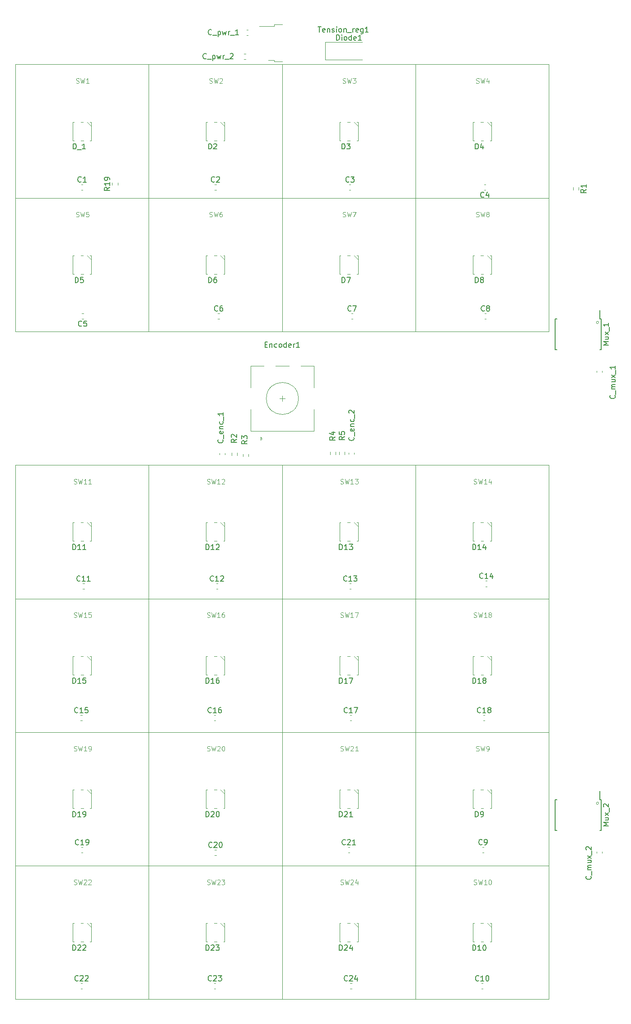
<source format=gbr>
%TF.GenerationSoftware,KiCad,Pcbnew,(5.1.7-0-10_14)*%
%TF.CreationDate,2021-09-21T18:25:25-03:00*%
%TF.ProjectId,Faduino-1,46616475-696e-46f2-9d31-2e6b69636164,1*%
%TF.SameCoordinates,Original*%
%TF.FileFunction,Legend,Top*%
%TF.FilePolarity,Positive*%
%FSLAX46Y46*%
G04 Gerber Fmt 4.6, Leading zero omitted, Abs format (unit mm)*
G04 Created by KiCad (PCBNEW (5.1.7-0-10_14)) date 2021-09-21 18:25:25*
%MOMM*%
%LPD*%
G01*
G04 APERTURE LIST*
%ADD10C,0.150000*%
%ADD11C,0.120000*%
%ADD12C,0.200000*%
%ADD13C,0.100000*%
G04 APERTURE END LIST*
D10*
%TO.C,Mux_2*%
X172100000Y-175125000D02*
X172100000Y-173525000D01*
X163675000Y-175125000D02*
X163675000Y-180875000D01*
X172325000Y-175125000D02*
X172325000Y-180875000D01*
X163675000Y-175125000D02*
X163975000Y-175125000D01*
X163675000Y-180875000D02*
X163975000Y-180875000D01*
X172325000Y-180875000D02*
X172025000Y-180875000D01*
X172325000Y-175125000D02*
X172100000Y-175125000D01*
D11*
X171823607Y-175800000D02*
G75*
G03*
X171823607Y-175800000I-223607J0D01*
G01*
D10*
%TO.C,Mux_1*%
X172100000Y-85125000D02*
X172100000Y-83525000D01*
X163675000Y-85125000D02*
X163675000Y-90875000D01*
X172325000Y-85125000D02*
X172325000Y-90875000D01*
X163675000Y-85125000D02*
X163975000Y-85125000D01*
X163675000Y-90875000D02*
X163975000Y-90875000D01*
X172325000Y-90875000D02*
X172025000Y-90875000D01*
X172325000Y-85125000D02*
X172100000Y-85125000D01*
D11*
X171823607Y-85800000D02*
G75*
G03*
X171823607Y-85800000I-223607J0D01*
G01*
%TO.C,C6*%
X100469420Y-85150000D02*
X100750580Y-85150000D01*
X100469420Y-84130000D02*
X100750580Y-84130000D01*
%TO.C,C5*%
X75250580Y-84130000D02*
X74969420Y-84130000D01*
X75250580Y-85150000D02*
X74969420Y-85150000D01*
%TO.C,C8*%
X150469420Y-85150000D02*
X150750580Y-85150000D01*
X150469420Y-84130000D02*
X150750580Y-84130000D01*
%TO.C,C7*%
X125469420Y-85150000D02*
X125750580Y-85150000D01*
X125469420Y-84130000D02*
X125750580Y-84130000D01*
%TO.C,C_mux_1*%
X171490000Y-94859420D02*
X171490000Y-95140580D01*
X172510000Y-94859420D02*
X172510000Y-95140580D01*
%TO.C,C_mux_2*%
X171490000Y-184859420D02*
X171490000Y-185140580D01*
X172510000Y-184859420D02*
X172510000Y-185140580D01*
%TO.C,C_pwr_1*%
X106140580Y-30990000D02*
X105859420Y-30990000D01*
X106140580Y-32010000D02*
X105859420Y-32010000D01*
%TO.C,C_pwr_2*%
X105640580Y-35490000D02*
X105359420Y-35490000D01*
X105640580Y-36510000D02*
X105359420Y-36510000D01*
%TO.C,C1*%
X74859420Y-61010000D02*
X75140580Y-61010000D01*
X74859420Y-59990000D02*
X75140580Y-59990000D01*
%TO.C,C13*%
X125139420Y-135710000D02*
X125420580Y-135710000D01*
X125139420Y-134690000D02*
X125420580Y-134690000D01*
%TO.C,C2*%
X99859420Y-61010000D02*
X100140580Y-61010000D01*
X99859420Y-59990000D02*
X100140580Y-59990000D01*
%TO.C,C14*%
X150639420Y-135210000D02*
X150920580Y-135210000D01*
X150639420Y-134190000D02*
X150920580Y-134190000D01*
%TO.C,C3*%
X125084420Y-61010000D02*
X125365580Y-61010000D01*
X125084420Y-59990000D02*
X125365580Y-59990000D01*
%TO.C,C15*%
X74729420Y-160350000D02*
X75010580Y-160350000D01*
X74729420Y-159330000D02*
X75010580Y-159330000D01*
%TO.C,C4*%
X150640580Y-59990000D02*
X150359420Y-59990000D01*
X150640580Y-61010000D02*
X150359420Y-61010000D01*
%TO.C,C16*%
X99729420Y-160350000D02*
X100010580Y-160350000D01*
X99729420Y-159330000D02*
X100010580Y-159330000D01*
%TO.C,C17*%
X125229420Y-160350000D02*
X125510580Y-160350000D01*
X125229420Y-159330000D02*
X125510580Y-159330000D01*
%TO.C,C18*%
X150229420Y-160350000D02*
X150510580Y-160350000D01*
X150229420Y-159330000D02*
X150510580Y-159330000D01*
%TO.C,C19*%
X74859420Y-185070000D02*
X75140580Y-185070000D01*
X74859420Y-184050000D02*
X75140580Y-184050000D01*
%TO.C,C20*%
X99859420Y-185570000D02*
X100140580Y-185570000D01*
X99859420Y-184550000D02*
X100140580Y-184550000D01*
%TO.C,C9*%
X150019420Y-185050000D02*
X150300580Y-185050000D01*
X150019420Y-184030000D02*
X150300580Y-184030000D01*
%TO.C,C21*%
X124859420Y-185070000D02*
X125140580Y-185070000D01*
X124859420Y-184050000D02*
X125140580Y-184050000D01*
%TO.C,C10*%
X149859420Y-210540000D02*
X150140580Y-210540000D01*
X149859420Y-209520000D02*
X150140580Y-209520000D01*
%TO.C,C22*%
X74759420Y-210540000D02*
X75040580Y-210540000D01*
X74759420Y-209520000D02*
X75040580Y-209520000D01*
%TO.C,C11*%
X75139420Y-135710000D02*
X75420580Y-135710000D01*
X75139420Y-134690000D02*
X75420580Y-134690000D01*
%TO.C,C23*%
X99759420Y-210540000D02*
X100040580Y-210540000D01*
X99759420Y-209520000D02*
X100040580Y-209520000D01*
%TO.C,C12*%
X100139420Y-135710000D02*
X100420580Y-135710000D01*
X100139420Y-134690000D02*
X100420580Y-134690000D01*
%TO.C,C24*%
X125259420Y-210540000D02*
X125540580Y-210540000D01*
X125259420Y-209520000D02*
X125540580Y-209520000D01*
%TO.C,C_enc_1*%
X100790000Y-110259420D02*
X100790000Y-110540580D01*
X101810000Y-110259420D02*
X101810000Y-110540580D01*
%TO.C,C_enc_2*%
X124990000Y-110159420D02*
X124990000Y-110440580D01*
X126010000Y-110159420D02*
X126010000Y-110440580D01*
%TO.C,D2*%
X100240000Y-48260000D02*
X99740000Y-48260000D01*
X101740000Y-51740000D02*
X101500000Y-51740000D01*
X101740000Y-48260000D02*
X101740000Y-51740000D01*
X101500000Y-48260000D02*
X101740000Y-48260000D01*
X98260000Y-48260000D02*
X98500000Y-48260000D01*
X98260000Y-51740000D02*
X98260000Y-48260000D01*
X98500000Y-51740000D02*
X98260000Y-51740000D01*
X100250000Y-51740000D02*
X99750000Y-51740000D01*
X101740000Y-49030000D02*
X100970000Y-48260000D01*
%TO.C,D3*%
X125240000Y-48260000D02*
X124740000Y-48260000D01*
X126740000Y-51740000D02*
X126500000Y-51740000D01*
X126740000Y-48260000D02*
X126740000Y-51740000D01*
X126500000Y-48260000D02*
X126740000Y-48260000D01*
X123260000Y-48260000D02*
X123500000Y-48260000D01*
X123260000Y-51740000D02*
X123260000Y-48260000D01*
X123500000Y-51740000D02*
X123260000Y-51740000D01*
X125250000Y-51740000D02*
X124750000Y-51740000D01*
X126740000Y-49030000D02*
X125970000Y-48260000D01*
%TO.C,D4*%
X150240000Y-48260000D02*
X149740000Y-48260000D01*
X151740000Y-51740000D02*
X151500000Y-51740000D01*
X151740000Y-48260000D02*
X151740000Y-51740000D01*
X151500000Y-48260000D02*
X151740000Y-48260000D01*
X148260000Y-48260000D02*
X148500000Y-48260000D01*
X148260000Y-51740000D02*
X148260000Y-48260000D01*
X148500000Y-51740000D02*
X148260000Y-51740000D01*
X150250000Y-51740000D02*
X149750000Y-51740000D01*
X151740000Y-49030000D02*
X150970000Y-48260000D01*
%TO.C,D5*%
X75240000Y-73260000D02*
X74740000Y-73260000D01*
X76740000Y-76740000D02*
X76500000Y-76740000D01*
X76740000Y-73260000D02*
X76740000Y-76740000D01*
X76500000Y-73260000D02*
X76740000Y-73260000D01*
X73260000Y-73260000D02*
X73500000Y-73260000D01*
X73260000Y-76740000D02*
X73260000Y-73260000D01*
X73500000Y-76740000D02*
X73260000Y-76740000D01*
X75250000Y-76740000D02*
X74750000Y-76740000D01*
X76740000Y-74030000D02*
X75970000Y-73260000D01*
%TO.C,D6*%
X100240000Y-73260000D02*
X99740000Y-73260000D01*
X101740000Y-76740000D02*
X101500000Y-76740000D01*
X101740000Y-73260000D02*
X101740000Y-76740000D01*
X101500000Y-73260000D02*
X101740000Y-73260000D01*
X98260000Y-73260000D02*
X98500000Y-73260000D01*
X98260000Y-76740000D02*
X98260000Y-73260000D01*
X98500000Y-76740000D02*
X98260000Y-76740000D01*
X100250000Y-76740000D02*
X99750000Y-76740000D01*
X101740000Y-74030000D02*
X100970000Y-73260000D01*
%TO.C,D7*%
X125240000Y-73260000D02*
X124740000Y-73260000D01*
X126740000Y-76740000D02*
X126500000Y-76740000D01*
X126740000Y-73260000D02*
X126740000Y-76740000D01*
X126500000Y-73260000D02*
X126740000Y-73260000D01*
X123260000Y-73260000D02*
X123500000Y-73260000D01*
X123260000Y-76740000D02*
X123260000Y-73260000D01*
X123500000Y-76740000D02*
X123260000Y-76740000D01*
X125250000Y-76740000D02*
X124750000Y-76740000D01*
X126740000Y-74030000D02*
X125970000Y-73260000D01*
%TO.C,D8*%
X150240000Y-73260000D02*
X149740000Y-73260000D01*
X151740000Y-76740000D02*
X151500000Y-76740000D01*
X151740000Y-73260000D02*
X151740000Y-76740000D01*
X151500000Y-73260000D02*
X151740000Y-73260000D01*
X148260000Y-73260000D02*
X148500000Y-73260000D01*
X148260000Y-76740000D02*
X148260000Y-73260000D01*
X148500000Y-76740000D02*
X148260000Y-76740000D01*
X150250000Y-76740000D02*
X149750000Y-76740000D01*
X151740000Y-74030000D02*
X150970000Y-73260000D01*
%TO.C,D9*%
X150240000Y-173260000D02*
X149740000Y-173260000D01*
X151740000Y-176740000D02*
X151500000Y-176740000D01*
X151740000Y-173260000D02*
X151740000Y-176740000D01*
X151500000Y-173260000D02*
X151740000Y-173260000D01*
X148260000Y-173260000D02*
X148500000Y-173260000D01*
X148260000Y-176740000D02*
X148260000Y-173260000D01*
X148500000Y-176740000D02*
X148260000Y-176740000D01*
X150250000Y-176740000D02*
X149750000Y-176740000D01*
X151740000Y-174030000D02*
X150970000Y-173260000D01*
%TO.C,D10*%
X150240000Y-198260000D02*
X149740000Y-198260000D01*
X151740000Y-201740000D02*
X151500000Y-201740000D01*
X151740000Y-198260000D02*
X151740000Y-201740000D01*
X151500000Y-198260000D02*
X151740000Y-198260000D01*
X148260000Y-198260000D02*
X148500000Y-198260000D01*
X148260000Y-201740000D02*
X148260000Y-198260000D01*
X148500000Y-201740000D02*
X148260000Y-201740000D01*
X150250000Y-201740000D02*
X149750000Y-201740000D01*
X151740000Y-199030000D02*
X150970000Y-198260000D01*
%TO.C,D11*%
X75240000Y-123260000D02*
X74740000Y-123260000D01*
X76740000Y-126740000D02*
X76500000Y-126740000D01*
X76740000Y-123260000D02*
X76740000Y-126740000D01*
X76500000Y-123260000D02*
X76740000Y-123260000D01*
X73260000Y-123260000D02*
X73500000Y-123260000D01*
X73260000Y-126740000D02*
X73260000Y-123260000D01*
X73500000Y-126740000D02*
X73260000Y-126740000D01*
X75250000Y-126740000D02*
X74750000Y-126740000D01*
X76740000Y-124030000D02*
X75970000Y-123260000D01*
%TO.C,D12*%
X100240000Y-123260000D02*
X99740000Y-123260000D01*
X101740000Y-126740000D02*
X101500000Y-126740000D01*
X101740000Y-123260000D02*
X101740000Y-126740000D01*
X101500000Y-123260000D02*
X101740000Y-123260000D01*
X98260000Y-123260000D02*
X98500000Y-123260000D01*
X98260000Y-126740000D02*
X98260000Y-123260000D01*
X98500000Y-126740000D02*
X98260000Y-126740000D01*
X100250000Y-126740000D02*
X99750000Y-126740000D01*
X101740000Y-124030000D02*
X100970000Y-123260000D01*
%TO.C,D13*%
X125240000Y-123260000D02*
X124740000Y-123260000D01*
X126740000Y-126740000D02*
X126500000Y-126740000D01*
X126740000Y-123260000D02*
X126740000Y-126740000D01*
X126500000Y-123260000D02*
X126740000Y-123260000D01*
X123260000Y-123260000D02*
X123500000Y-123260000D01*
X123260000Y-126740000D02*
X123260000Y-123260000D01*
X123500000Y-126740000D02*
X123260000Y-126740000D01*
X125250000Y-126740000D02*
X124750000Y-126740000D01*
X126740000Y-124030000D02*
X125970000Y-123260000D01*
%TO.C,D14*%
X150240000Y-123260000D02*
X149740000Y-123260000D01*
X151740000Y-126740000D02*
X151500000Y-126740000D01*
X151740000Y-123260000D02*
X151740000Y-126740000D01*
X151500000Y-123260000D02*
X151740000Y-123260000D01*
X148260000Y-123260000D02*
X148500000Y-123260000D01*
X148260000Y-126740000D02*
X148260000Y-123260000D01*
X148500000Y-126740000D02*
X148260000Y-126740000D01*
X150250000Y-126740000D02*
X149750000Y-126740000D01*
X151740000Y-124030000D02*
X150970000Y-123260000D01*
%TO.C,D15*%
X75240000Y-148260000D02*
X74740000Y-148260000D01*
X76740000Y-151740000D02*
X76500000Y-151740000D01*
X76740000Y-148260000D02*
X76740000Y-151740000D01*
X76500000Y-148260000D02*
X76740000Y-148260000D01*
X73260000Y-148260000D02*
X73500000Y-148260000D01*
X73260000Y-151740000D02*
X73260000Y-148260000D01*
X73500000Y-151740000D02*
X73260000Y-151740000D01*
X75250000Y-151740000D02*
X74750000Y-151740000D01*
X76740000Y-149030000D02*
X75970000Y-148260000D01*
%TO.C,D16*%
X100240000Y-148260000D02*
X99740000Y-148260000D01*
X101740000Y-151740000D02*
X101500000Y-151740000D01*
X101740000Y-148260000D02*
X101740000Y-151740000D01*
X101500000Y-148260000D02*
X101740000Y-148260000D01*
X98260000Y-148260000D02*
X98500000Y-148260000D01*
X98260000Y-151740000D02*
X98260000Y-148260000D01*
X98500000Y-151740000D02*
X98260000Y-151740000D01*
X100250000Y-151740000D02*
X99750000Y-151740000D01*
X101740000Y-149030000D02*
X100970000Y-148260000D01*
%TO.C,D17*%
X125240000Y-148260000D02*
X124740000Y-148260000D01*
X126740000Y-151740000D02*
X126500000Y-151740000D01*
X126740000Y-148260000D02*
X126740000Y-151740000D01*
X126500000Y-148260000D02*
X126740000Y-148260000D01*
X123260000Y-148260000D02*
X123500000Y-148260000D01*
X123260000Y-151740000D02*
X123260000Y-148260000D01*
X123500000Y-151740000D02*
X123260000Y-151740000D01*
X125250000Y-151740000D02*
X124750000Y-151740000D01*
X126740000Y-149030000D02*
X125970000Y-148260000D01*
%TO.C,D18*%
X150240000Y-148260000D02*
X149740000Y-148260000D01*
X151740000Y-151740000D02*
X151500000Y-151740000D01*
X151740000Y-148260000D02*
X151740000Y-151740000D01*
X151500000Y-148260000D02*
X151740000Y-148260000D01*
X148260000Y-148260000D02*
X148500000Y-148260000D01*
X148260000Y-151740000D02*
X148260000Y-148260000D01*
X148500000Y-151740000D02*
X148260000Y-151740000D01*
X150250000Y-151740000D02*
X149750000Y-151740000D01*
X151740000Y-149030000D02*
X150970000Y-148260000D01*
%TO.C,D19*%
X75240000Y-173260000D02*
X74740000Y-173260000D01*
X76740000Y-176740000D02*
X76500000Y-176740000D01*
X76740000Y-173260000D02*
X76740000Y-176740000D01*
X76500000Y-173260000D02*
X76740000Y-173260000D01*
X73260000Y-173260000D02*
X73500000Y-173260000D01*
X73260000Y-176740000D02*
X73260000Y-173260000D01*
X73500000Y-176740000D02*
X73260000Y-176740000D01*
X75250000Y-176740000D02*
X74750000Y-176740000D01*
X76740000Y-174030000D02*
X75970000Y-173260000D01*
%TO.C,D20*%
X100240000Y-173260000D02*
X99740000Y-173260000D01*
X101740000Y-176740000D02*
X101500000Y-176740000D01*
X101740000Y-173260000D02*
X101740000Y-176740000D01*
X101500000Y-173260000D02*
X101740000Y-173260000D01*
X98260000Y-173260000D02*
X98500000Y-173260000D01*
X98260000Y-176740000D02*
X98260000Y-173260000D01*
X98500000Y-176740000D02*
X98260000Y-176740000D01*
X100250000Y-176740000D02*
X99750000Y-176740000D01*
X101740000Y-174030000D02*
X100970000Y-173260000D01*
%TO.C,D21*%
X125240000Y-173260000D02*
X124740000Y-173260000D01*
X126740000Y-176740000D02*
X126500000Y-176740000D01*
X126740000Y-173260000D02*
X126740000Y-176740000D01*
X126500000Y-173260000D02*
X126740000Y-173260000D01*
X123260000Y-173260000D02*
X123500000Y-173260000D01*
X123260000Y-176740000D02*
X123260000Y-173260000D01*
X123500000Y-176740000D02*
X123260000Y-176740000D01*
X125250000Y-176740000D02*
X124750000Y-176740000D01*
X126740000Y-174030000D02*
X125970000Y-173260000D01*
%TO.C,D22*%
X75240000Y-198260000D02*
X74740000Y-198260000D01*
X76740000Y-201740000D02*
X76500000Y-201740000D01*
X76740000Y-198260000D02*
X76740000Y-201740000D01*
X76500000Y-198260000D02*
X76740000Y-198260000D01*
X73260000Y-198260000D02*
X73500000Y-198260000D01*
X73260000Y-201740000D02*
X73260000Y-198260000D01*
X73500000Y-201740000D02*
X73260000Y-201740000D01*
X75250000Y-201740000D02*
X74750000Y-201740000D01*
X76740000Y-199030000D02*
X75970000Y-198260000D01*
%TO.C,D23*%
X100240000Y-198260000D02*
X99740000Y-198260000D01*
X101740000Y-201740000D02*
X101500000Y-201740000D01*
X101740000Y-198260000D02*
X101740000Y-201740000D01*
X101500000Y-198260000D02*
X101740000Y-198260000D01*
X98260000Y-198260000D02*
X98500000Y-198260000D01*
X98260000Y-201740000D02*
X98260000Y-198260000D01*
X98500000Y-201740000D02*
X98260000Y-201740000D01*
X100250000Y-201740000D02*
X99750000Y-201740000D01*
X101740000Y-199030000D02*
X100970000Y-198260000D01*
%TO.C,D24*%
X125240000Y-198260000D02*
X124740000Y-198260000D01*
X126740000Y-201740000D02*
X126500000Y-201740000D01*
X126740000Y-198260000D02*
X126740000Y-201740000D01*
X126500000Y-198260000D02*
X126740000Y-198260000D01*
X123260000Y-198260000D02*
X123500000Y-198260000D01*
X123260000Y-201740000D02*
X123260000Y-198260000D01*
X123500000Y-201740000D02*
X123260000Y-201740000D01*
X125250000Y-201740000D02*
X124750000Y-201740000D01*
X126740000Y-199030000D02*
X125970000Y-198260000D01*
%TO.C,D_1*%
X75240000Y-48260000D02*
X74740000Y-48260000D01*
X76740000Y-51740000D02*
X76500000Y-51740000D01*
X76740000Y-48260000D02*
X76740000Y-51740000D01*
X76500000Y-48260000D02*
X76740000Y-48260000D01*
X73260000Y-48260000D02*
X73500000Y-48260000D01*
X73260000Y-51740000D02*
X73260000Y-48260000D01*
X73500000Y-51740000D02*
X73260000Y-51740000D01*
X75250000Y-51740000D02*
X74750000Y-51740000D01*
X76740000Y-49030000D02*
X75970000Y-48260000D01*
%TO.C,Diode1*%
X120600000Y-33350000D02*
X127500000Y-33350000D01*
X120600000Y-36650000D02*
X127500000Y-36650000D01*
X120600000Y-33350000D02*
X120600000Y-36650000D01*
%TO.C,Encoder1*%
X112550000Y-100530000D02*
X112550000Y-99530000D01*
X112050000Y-100030000D02*
X113050000Y-100030000D01*
X116050000Y-93930000D02*
X118450000Y-93930000D01*
X111250000Y-93930000D02*
X113850000Y-93930000D01*
X106650000Y-93930000D02*
X109050000Y-93930000D01*
X108450000Y-107230000D02*
X108750000Y-107530000D01*
X108450000Y-107830000D02*
X108450000Y-107230000D01*
X108750000Y-107530000D02*
X108450000Y-107830000D01*
X106650000Y-106130000D02*
X118450000Y-106130000D01*
X106650000Y-102030000D02*
X106650000Y-106130000D01*
X118450000Y-102030000D02*
X118450000Y-106130000D01*
X118450000Y-93930000D02*
X118450000Y-98030000D01*
X106650000Y-98030000D02*
X106650000Y-93930000D01*
X115550000Y-100030000D02*
G75*
G03*
X115550000Y-100030000I-3000000J0D01*
G01*
%TO.C,R1*%
X167077500Y-60502742D02*
X167077500Y-60977258D01*
X168122500Y-60502742D02*
X168122500Y-60977258D01*
%TO.C,R2*%
X104072500Y-110687258D02*
X104072500Y-110212742D01*
X103027500Y-110687258D02*
X103027500Y-110212742D01*
%TO.C,R3*%
X106212500Y-110897258D02*
X106212500Y-110422742D01*
X105167500Y-110897258D02*
X105167500Y-110422742D01*
%TO.C,R4*%
X122522500Y-110537258D02*
X122522500Y-110062742D01*
X121477500Y-110537258D02*
X121477500Y-110062742D01*
%TO.C,R5*%
X123177500Y-110062742D02*
X123177500Y-110537258D01*
X124222500Y-110062742D02*
X124222500Y-110537258D01*
%TO.C,R19*%
X81682500Y-60107258D02*
X81682500Y-59632742D01*
X80637500Y-60107258D02*
X80637500Y-59632742D01*
%TO.C,Tension_reg1*%
X111030000Y-36680000D02*
X109930000Y-36680000D01*
X111030000Y-36950000D02*
X111030000Y-36680000D01*
X112530000Y-36950000D02*
X111030000Y-36950000D01*
X111030000Y-30320000D02*
X108200000Y-30320000D01*
X111030000Y-30050000D02*
X111030000Y-30320000D01*
X112530000Y-30050000D02*
X111030000Y-30050000D01*
%TO.C,SW1*%
X87500000Y-37500000D02*
X87500000Y-62500000D01*
X87500000Y-62500000D02*
X62500000Y-62500000D01*
X62500000Y-62500000D02*
X62500000Y-37500000D01*
X62500000Y-37500000D02*
X87500000Y-37500000D01*
%TO.C,SW2*%
X87500000Y-37500000D02*
X112500000Y-37500000D01*
X87500000Y-62500000D02*
X87500000Y-37500000D01*
X112500000Y-62500000D02*
X87500000Y-62500000D01*
X112500000Y-37500000D02*
X112500000Y-62500000D01*
%TO.C,SW3*%
X137500000Y-37500000D02*
X137500000Y-62500000D01*
X137500000Y-62500000D02*
X112500000Y-62500000D01*
X112500000Y-62500000D02*
X112500000Y-37500000D01*
X112500000Y-37500000D02*
X137500000Y-37500000D01*
%TO.C,SW4*%
X137500000Y-37500000D02*
X162500000Y-37500000D01*
X137500000Y-62500000D02*
X137500000Y-37500000D01*
X162500000Y-62500000D02*
X137500000Y-62500000D01*
X162500000Y-37500000D02*
X162500000Y-62500000D01*
%TO.C,SW5*%
X87500000Y-62500000D02*
X87500000Y-87500000D01*
X87500000Y-87500000D02*
X62500000Y-87500000D01*
X62500000Y-87500000D02*
X62500000Y-62500000D01*
X62500000Y-62500000D02*
X87500000Y-62500000D01*
%TO.C,SW6*%
X87500000Y-62500000D02*
X112500000Y-62500000D01*
X87500000Y-87500000D02*
X87500000Y-62500000D01*
X112500000Y-87500000D02*
X87500000Y-87500000D01*
X112500000Y-62500000D02*
X112500000Y-87500000D01*
%TO.C,SW7*%
X137500000Y-62500000D02*
X137500000Y-87500000D01*
X137500000Y-87500000D02*
X112500000Y-87500000D01*
X112500000Y-87500000D02*
X112500000Y-62500000D01*
X112500000Y-62500000D02*
X137500000Y-62500000D01*
%TO.C,SW8*%
X137500000Y-62500000D02*
X162500000Y-62500000D01*
X137500000Y-87500000D02*
X137500000Y-62500000D01*
X162500000Y-87500000D02*
X137500000Y-87500000D01*
X162500000Y-62500000D02*
X162500000Y-87500000D01*
%TO.C,SW9*%
X137500000Y-162500000D02*
X162500000Y-162500000D01*
X137500000Y-187500000D02*
X137500000Y-162500000D01*
X162500000Y-187500000D02*
X137500000Y-187500000D01*
X162500000Y-162500000D02*
X162500000Y-187500000D01*
%TO.C,SW10*%
X162500000Y-187500000D02*
X162500000Y-212500000D01*
X162500000Y-212500000D02*
X137500000Y-212500000D01*
X137500000Y-212500000D02*
X137500000Y-187500000D01*
X137500000Y-187500000D02*
X162500000Y-187500000D01*
%TO.C,SW11*%
X87500000Y-112500000D02*
X87500000Y-137500000D01*
X87500000Y-137500000D02*
X62500000Y-137500000D01*
X62500000Y-137500000D02*
X62500000Y-112500000D01*
X62500000Y-112500000D02*
X87500000Y-112500000D01*
%TO.C,SW12*%
X87500000Y-112500000D02*
X112500000Y-112500000D01*
X87500000Y-137500000D02*
X87500000Y-112500000D01*
X112500000Y-137500000D02*
X87500000Y-137500000D01*
X112500000Y-112500000D02*
X112500000Y-137500000D01*
%TO.C,SW13*%
X137500000Y-112500000D02*
X137500000Y-137500000D01*
X137500000Y-137500000D02*
X112500000Y-137500000D01*
X112500000Y-137500000D02*
X112500000Y-112500000D01*
X112500000Y-112500000D02*
X137500000Y-112500000D01*
%TO.C,SW14*%
X137500000Y-112500000D02*
X162500000Y-112500000D01*
X137500000Y-137500000D02*
X137500000Y-112500000D01*
X162500000Y-137500000D02*
X137500000Y-137500000D01*
X162500000Y-112500000D02*
X162500000Y-137500000D01*
%TO.C,SW15*%
X62500000Y-137500000D02*
X87500000Y-137500000D01*
X62500000Y-162500000D02*
X62500000Y-137500000D01*
X87500000Y-162500000D02*
X62500000Y-162500000D01*
X87500000Y-137500000D02*
X87500000Y-162500000D01*
%TO.C,SW16*%
X112500000Y-137500000D02*
X112500000Y-162500000D01*
X112500000Y-162500000D02*
X87500000Y-162500000D01*
X87500000Y-162500000D02*
X87500000Y-137500000D01*
X87500000Y-137500000D02*
X112500000Y-137500000D01*
%TO.C,SW17*%
X112500000Y-137500000D02*
X137500000Y-137500000D01*
X112500000Y-162500000D02*
X112500000Y-137500000D01*
X137500000Y-162500000D02*
X112500000Y-162500000D01*
X137500000Y-137500000D02*
X137500000Y-162500000D01*
%TO.C,SW18*%
X162500000Y-137500000D02*
X162500000Y-162500000D01*
X162500000Y-162500000D02*
X137500000Y-162500000D01*
X137500000Y-162500000D02*
X137500000Y-137500000D01*
X137500000Y-137500000D02*
X162500000Y-137500000D01*
%TO.C,SW19*%
X62500000Y-162500000D02*
X87500000Y-162500000D01*
X62500000Y-187500000D02*
X62500000Y-162500000D01*
X87500000Y-187500000D02*
X62500000Y-187500000D01*
X87500000Y-162500000D02*
X87500000Y-187500000D01*
%TO.C,SW20*%
X112500000Y-162500000D02*
X112500000Y-187500000D01*
X112500000Y-187500000D02*
X87500000Y-187500000D01*
X87500000Y-187500000D02*
X87500000Y-162500000D01*
X87500000Y-162500000D02*
X112500000Y-162500000D01*
%TO.C,SW21*%
X112500000Y-162500000D02*
X137500000Y-162500000D01*
X112500000Y-187500000D02*
X112500000Y-162500000D01*
X137500000Y-187500000D02*
X112500000Y-187500000D01*
X137500000Y-162500000D02*
X137500000Y-187500000D01*
%TO.C,SW22*%
X87500000Y-187500000D02*
X87500000Y-212500000D01*
X87500000Y-212500000D02*
X62500000Y-212500000D01*
X62500000Y-212500000D02*
X62500000Y-187500000D01*
X62500000Y-187500000D02*
X87500000Y-187500000D01*
%TO.C,SW23*%
X87500000Y-187500000D02*
X112500000Y-187500000D01*
X87500000Y-212500000D02*
X87500000Y-187500000D01*
X112500000Y-212500000D02*
X87500000Y-212500000D01*
X112500000Y-187500000D02*
X112500000Y-212500000D01*
%TO.C,SW24*%
X137500000Y-187500000D02*
X137500000Y-212500000D01*
X137500000Y-212500000D02*
X112500000Y-212500000D01*
X112500000Y-212500000D02*
X112500000Y-187500000D01*
X112500000Y-187500000D02*
X137500000Y-187500000D01*
%TO.C,Mux_2*%
D10*
X173702380Y-180047619D02*
X172702380Y-180047619D01*
X173416666Y-179714285D01*
X172702380Y-179380952D01*
X173702380Y-179380952D01*
X173035714Y-178476190D02*
X173702380Y-178476190D01*
X173035714Y-178904761D02*
X173559523Y-178904761D01*
X173654761Y-178857142D01*
X173702380Y-178761904D01*
X173702380Y-178619047D01*
X173654761Y-178523809D01*
X173607142Y-178476190D01*
X173702380Y-178095238D02*
X173035714Y-177571428D01*
X173035714Y-178095238D02*
X173702380Y-177571428D01*
X173797619Y-177428571D02*
X173797619Y-176666666D01*
X172797619Y-176476190D02*
X172750000Y-176428571D01*
X172702380Y-176333333D01*
X172702380Y-176095238D01*
X172750000Y-176000000D01*
X172797619Y-175952380D01*
X172892857Y-175904761D01*
X172988095Y-175904761D01*
X173130952Y-175952380D01*
X173702380Y-176523809D01*
X173702380Y-175904761D01*
%TO.C,Mux_1*%
X173702380Y-90047619D02*
X172702380Y-90047619D01*
X173416666Y-89714285D01*
X172702380Y-89380952D01*
X173702380Y-89380952D01*
X173035714Y-88476190D02*
X173702380Y-88476190D01*
X173035714Y-88904761D02*
X173559523Y-88904761D01*
X173654761Y-88857142D01*
X173702380Y-88761904D01*
X173702380Y-88619047D01*
X173654761Y-88523809D01*
X173607142Y-88476190D01*
X173702380Y-88095238D02*
X173035714Y-87571428D01*
X173035714Y-88095238D02*
X173702380Y-87571428D01*
X173797619Y-87428571D02*
X173797619Y-86666666D01*
X173702380Y-85904761D02*
X173702380Y-86476190D01*
X173702380Y-86190476D02*
X172702380Y-86190476D01*
X172845238Y-86285714D01*
X172940476Y-86380952D01*
X172988095Y-86476190D01*
%TO.C,C6*%
X100443333Y-83567142D02*
X100395714Y-83614761D01*
X100252857Y-83662380D01*
X100157619Y-83662380D01*
X100014761Y-83614761D01*
X99919523Y-83519523D01*
X99871904Y-83424285D01*
X99824285Y-83233809D01*
X99824285Y-83090952D01*
X99871904Y-82900476D01*
X99919523Y-82805238D01*
X100014761Y-82710000D01*
X100157619Y-82662380D01*
X100252857Y-82662380D01*
X100395714Y-82710000D01*
X100443333Y-82757619D01*
X101300476Y-82662380D02*
X101110000Y-82662380D01*
X101014761Y-82710000D01*
X100967142Y-82757619D01*
X100871904Y-82900476D01*
X100824285Y-83090952D01*
X100824285Y-83471904D01*
X100871904Y-83567142D01*
X100919523Y-83614761D01*
X101014761Y-83662380D01*
X101205238Y-83662380D01*
X101300476Y-83614761D01*
X101348095Y-83567142D01*
X101395714Y-83471904D01*
X101395714Y-83233809D01*
X101348095Y-83138571D01*
X101300476Y-83090952D01*
X101205238Y-83043333D01*
X101014761Y-83043333D01*
X100919523Y-83090952D01*
X100871904Y-83138571D01*
X100824285Y-83233809D01*
%TO.C,C5*%
X74943333Y-86427142D02*
X74895714Y-86474761D01*
X74752857Y-86522380D01*
X74657619Y-86522380D01*
X74514761Y-86474761D01*
X74419523Y-86379523D01*
X74371904Y-86284285D01*
X74324285Y-86093809D01*
X74324285Y-85950952D01*
X74371904Y-85760476D01*
X74419523Y-85665238D01*
X74514761Y-85570000D01*
X74657619Y-85522380D01*
X74752857Y-85522380D01*
X74895714Y-85570000D01*
X74943333Y-85617619D01*
X75848095Y-85522380D02*
X75371904Y-85522380D01*
X75324285Y-85998571D01*
X75371904Y-85950952D01*
X75467142Y-85903333D01*
X75705238Y-85903333D01*
X75800476Y-85950952D01*
X75848095Y-85998571D01*
X75895714Y-86093809D01*
X75895714Y-86331904D01*
X75848095Y-86427142D01*
X75800476Y-86474761D01*
X75705238Y-86522380D01*
X75467142Y-86522380D01*
X75371904Y-86474761D01*
X75324285Y-86427142D01*
%TO.C,C8*%
X150443333Y-83567142D02*
X150395714Y-83614761D01*
X150252857Y-83662380D01*
X150157619Y-83662380D01*
X150014761Y-83614761D01*
X149919523Y-83519523D01*
X149871904Y-83424285D01*
X149824285Y-83233809D01*
X149824285Y-83090952D01*
X149871904Y-82900476D01*
X149919523Y-82805238D01*
X150014761Y-82710000D01*
X150157619Y-82662380D01*
X150252857Y-82662380D01*
X150395714Y-82710000D01*
X150443333Y-82757619D01*
X151014761Y-83090952D02*
X150919523Y-83043333D01*
X150871904Y-82995714D01*
X150824285Y-82900476D01*
X150824285Y-82852857D01*
X150871904Y-82757619D01*
X150919523Y-82710000D01*
X151014761Y-82662380D01*
X151205238Y-82662380D01*
X151300476Y-82710000D01*
X151348095Y-82757619D01*
X151395714Y-82852857D01*
X151395714Y-82900476D01*
X151348095Y-82995714D01*
X151300476Y-83043333D01*
X151205238Y-83090952D01*
X151014761Y-83090952D01*
X150919523Y-83138571D01*
X150871904Y-83186190D01*
X150824285Y-83281428D01*
X150824285Y-83471904D01*
X150871904Y-83567142D01*
X150919523Y-83614761D01*
X151014761Y-83662380D01*
X151205238Y-83662380D01*
X151300476Y-83614761D01*
X151348095Y-83567142D01*
X151395714Y-83471904D01*
X151395714Y-83281428D01*
X151348095Y-83186190D01*
X151300476Y-83138571D01*
X151205238Y-83090952D01*
%TO.C,C7*%
X125443333Y-83567142D02*
X125395714Y-83614761D01*
X125252857Y-83662380D01*
X125157619Y-83662380D01*
X125014761Y-83614761D01*
X124919523Y-83519523D01*
X124871904Y-83424285D01*
X124824285Y-83233809D01*
X124824285Y-83090952D01*
X124871904Y-82900476D01*
X124919523Y-82805238D01*
X125014761Y-82710000D01*
X125157619Y-82662380D01*
X125252857Y-82662380D01*
X125395714Y-82710000D01*
X125443333Y-82757619D01*
X125776666Y-82662380D02*
X126443333Y-82662380D01*
X126014761Y-83662380D01*
%TO.C,C_mux_1*%
X174857142Y-99452380D02*
X174904761Y-99500000D01*
X174952380Y-99642857D01*
X174952380Y-99738095D01*
X174904761Y-99880952D01*
X174809523Y-99976190D01*
X174714285Y-100023809D01*
X174523809Y-100071428D01*
X174380952Y-100071428D01*
X174190476Y-100023809D01*
X174095238Y-99976190D01*
X174000000Y-99880952D01*
X173952380Y-99738095D01*
X173952380Y-99642857D01*
X174000000Y-99500000D01*
X174047619Y-99452380D01*
X175047619Y-99261904D02*
X175047619Y-98500000D01*
X174952380Y-98261904D02*
X174285714Y-98261904D01*
X174380952Y-98261904D02*
X174333333Y-98214285D01*
X174285714Y-98119047D01*
X174285714Y-97976190D01*
X174333333Y-97880952D01*
X174428571Y-97833333D01*
X174952380Y-97833333D01*
X174428571Y-97833333D02*
X174333333Y-97785714D01*
X174285714Y-97690476D01*
X174285714Y-97547619D01*
X174333333Y-97452380D01*
X174428571Y-97404761D01*
X174952380Y-97404761D01*
X174285714Y-96500000D02*
X174952380Y-96500000D01*
X174285714Y-96928571D02*
X174809523Y-96928571D01*
X174904761Y-96880952D01*
X174952380Y-96785714D01*
X174952380Y-96642857D01*
X174904761Y-96547619D01*
X174857142Y-96500000D01*
X174952380Y-96119047D02*
X174285714Y-95595238D01*
X174285714Y-96119047D02*
X174952380Y-95595238D01*
X175047619Y-95452380D02*
X175047619Y-94690476D01*
X174952380Y-93928571D02*
X174952380Y-94500000D01*
X174952380Y-94214285D02*
X173952380Y-94214285D01*
X174095238Y-94309523D01*
X174190476Y-94404761D01*
X174238095Y-94500000D01*
%TO.C,C_mux_2*%
X170357142Y-189452380D02*
X170404761Y-189500000D01*
X170452380Y-189642857D01*
X170452380Y-189738095D01*
X170404761Y-189880952D01*
X170309523Y-189976190D01*
X170214285Y-190023809D01*
X170023809Y-190071428D01*
X169880952Y-190071428D01*
X169690476Y-190023809D01*
X169595238Y-189976190D01*
X169500000Y-189880952D01*
X169452380Y-189738095D01*
X169452380Y-189642857D01*
X169500000Y-189500000D01*
X169547619Y-189452380D01*
X170547619Y-189261904D02*
X170547619Y-188500000D01*
X170452380Y-188261904D02*
X169785714Y-188261904D01*
X169880952Y-188261904D02*
X169833333Y-188214285D01*
X169785714Y-188119047D01*
X169785714Y-187976190D01*
X169833333Y-187880952D01*
X169928571Y-187833333D01*
X170452380Y-187833333D01*
X169928571Y-187833333D02*
X169833333Y-187785714D01*
X169785714Y-187690476D01*
X169785714Y-187547619D01*
X169833333Y-187452380D01*
X169928571Y-187404761D01*
X170452380Y-187404761D01*
X169785714Y-186500000D02*
X170452380Y-186500000D01*
X169785714Y-186928571D02*
X170309523Y-186928571D01*
X170404761Y-186880952D01*
X170452380Y-186785714D01*
X170452380Y-186642857D01*
X170404761Y-186547619D01*
X170357142Y-186500000D01*
X170452380Y-186119047D02*
X169785714Y-185595238D01*
X169785714Y-186119047D02*
X170452380Y-185595238D01*
X170547619Y-185452380D02*
X170547619Y-184690476D01*
X169547619Y-184500000D02*
X169500000Y-184452380D01*
X169452380Y-184357142D01*
X169452380Y-184119047D01*
X169500000Y-184023809D01*
X169547619Y-183976190D01*
X169642857Y-183928571D01*
X169738095Y-183928571D01*
X169880952Y-183976190D01*
X170452380Y-184547619D01*
X170452380Y-183928571D01*
%TO.C,C_pwr_1*%
X99285714Y-31857142D02*
X99238095Y-31904761D01*
X99095238Y-31952380D01*
X99000000Y-31952380D01*
X98857142Y-31904761D01*
X98761904Y-31809523D01*
X98714285Y-31714285D01*
X98666666Y-31523809D01*
X98666666Y-31380952D01*
X98714285Y-31190476D01*
X98761904Y-31095238D01*
X98857142Y-31000000D01*
X99000000Y-30952380D01*
X99095238Y-30952380D01*
X99238095Y-31000000D01*
X99285714Y-31047619D01*
X99476190Y-32047619D02*
X100238095Y-32047619D01*
X100476190Y-31285714D02*
X100476190Y-32285714D01*
X100476190Y-31333333D02*
X100571428Y-31285714D01*
X100761904Y-31285714D01*
X100857142Y-31333333D01*
X100904761Y-31380952D01*
X100952380Y-31476190D01*
X100952380Y-31761904D01*
X100904761Y-31857142D01*
X100857142Y-31904761D01*
X100761904Y-31952380D01*
X100571428Y-31952380D01*
X100476190Y-31904761D01*
X101285714Y-31285714D02*
X101476190Y-31952380D01*
X101666666Y-31476190D01*
X101857142Y-31952380D01*
X102047619Y-31285714D01*
X102428571Y-31952380D02*
X102428571Y-31285714D01*
X102428571Y-31476190D02*
X102476190Y-31380952D01*
X102523809Y-31333333D01*
X102619047Y-31285714D01*
X102714285Y-31285714D01*
X102809523Y-32047619D02*
X103571428Y-32047619D01*
X104333333Y-31952380D02*
X103761904Y-31952380D01*
X104047619Y-31952380D02*
X104047619Y-30952380D01*
X103952380Y-31095238D01*
X103857142Y-31190476D01*
X103761904Y-31238095D01*
%TO.C,C_pwr_2*%
X98285714Y-36357142D02*
X98238095Y-36404761D01*
X98095238Y-36452380D01*
X98000000Y-36452380D01*
X97857142Y-36404761D01*
X97761904Y-36309523D01*
X97714285Y-36214285D01*
X97666666Y-36023809D01*
X97666666Y-35880952D01*
X97714285Y-35690476D01*
X97761904Y-35595238D01*
X97857142Y-35500000D01*
X98000000Y-35452380D01*
X98095238Y-35452380D01*
X98238095Y-35500000D01*
X98285714Y-35547619D01*
X98476190Y-36547619D02*
X99238095Y-36547619D01*
X99476190Y-35785714D02*
X99476190Y-36785714D01*
X99476190Y-35833333D02*
X99571428Y-35785714D01*
X99761904Y-35785714D01*
X99857142Y-35833333D01*
X99904761Y-35880952D01*
X99952380Y-35976190D01*
X99952380Y-36261904D01*
X99904761Y-36357142D01*
X99857142Y-36404761D01*
X99761904Y-36452380D01*
X99571428Y-36452380D01*
X99476190Y-36404761D01*
X100285714Y-35785714D02*
X100476190Y-36452380D01*
X100666666Y-35976190D01*
X100857142Y-36452380D01*
X101047619Y-35785714D01*
X101428571Y-36452380D02*
X101428571Y-35785714D01*
X101428571Y-35976190D02*
X101476190Y-35880952D01*
X101523809Y-35833333D01*
X101619047Y-35785714D01*
X101714285Y-35785714D01*
X101809523Y-36547619D02*
X102571428Y-36547619D01*
X102761904Y-35547619D02*
X102809523Y-35500000D01*
X102904761Y-35452380D01*
X103142857Y-35452380D01*
X103238095Y-35500000D01*
X103285714Y-35547619D01*
X103333333Y-35642857D01*
X103333333Y-35738095D01*
X103285714Y-35880952D01*
X102714285Y-36452380D01*
X103333333Y-36452380D01*
%TO.C,C1*%
X74833333Y-59427142D02*
X74785714Y-59474761D01*
X74642857Y-59522380D01*
X74547619Y-59522380D01*
X74404761Y-59474761D01*
X74309523Y-59379523D01*
X74261904Y-59284285D01*
X74214285Y-59093809D01*
X74214285Y-58950952D01*
X74261904Y-58760476D01*
X74309523Y-58665238D01*
X74404761Y-58570000D01*
X74547619Y-58522380D01*
X74642857Y-58522380D01*
X74785714Y-58570000D01*
X74833333Y-58617619D01*
X75785714Y-59522380D02*
X75214285Y-59522380D01*
X75500000Y-59522380D02*
X75500000Y-58522380D01*
X75404761Y-58665238D01*
X75309523Y-58760476D01*
X75214285Y-58808095D01*
%TO.C,C13*%
X124637142Y-134127142D02*
X124589523Y-134174761D01*
X124446666Y-134222380D01*
X124351428Y-134222380D01*
X124208571Y-134174761D01*
X124113333Y-134079523D01*
X124065714Y-133984285D01*
X124018095Y-133793809D01*
X124018095Y-133650952D01*
X124065714Y-133460476D01*
X124113333Y-133365238D01*
X124208571Y-133270000D01*
X124351428Y-133222380D01*
X124446666Y-133222380D01*
X124589523Y-133270000D01*
X124637142Y-133317619D01*
X125589523Y-134222380D02*
X125018095Y-134222380D01*
X125303809Y-134222380D02*
X125303809Y-133222380D01*
X125208571Y-133365238D01*
X125113333Y-133460476D01*
X125018095Y-133508095D01*
X125922857Y-133222380D02*
X126541904Y-133222380D01*
X126208571Y-133603333D01*
X126351428Y-133603333D01*
X126446666Y-133650952D01*
X126494285Y-133698571D01*
X126541904Y-133793809D01*
X126541904Y-134031904D01*
X126494285Y-134127142D01*
X126446666Y-134174761D01*
X126351428Y-134222380D01*
X126065714Y-134222380D01*
X125970476Y-134174761D01*
X125922857Y-134127142D01*
%TO.C,C2*%
X99833333Y-59427142D02*
X99785714Y-59474761D01*
X99642857Y-59522380D01*
X99547619Y-59522380D01*
X99404761Y-59474761D01*
X99309523Y-59379523D01*
X99261904Y-59284285D01*
X99214285Y-59093809D01*
X99214285Y-58950952D01*
X99261904Y-58760476D01*
X99309523Y-58665238D01*
X99404761Y-58570000D01*
X99547619Y-58522380D01*
X99642857Y-58522380D01*
X99785714Y-58570000D01*
X99833333Y-58617619D01*
X100214285Y-58617619D02*
X100261904Y-58570000D01*
X100357142Y-58522380D01*
X100595238Y-58522380D01*
X100690476Y-58570000D01*
X100738095Y-58617619D01*
X100785714Y-58712857D01*
X100785714Y-58808095D01*
X100738095Y-58950952D01*
X100166666Y-59522380D01*
X100785714Y-59522380D01*
%TO.C,C14*%
X150137142Y-133627142D02*
X150089523Y-133674761D01*
X149946666Y-133722380D01*
X149851428Y-133722380D01*
X149708571Y-133674761D01*
X149613333Y-133579523D01*
X149565714Y-133484285D01*
X149518095Y-133293809D01*
X149518095Y-133150952D01*
X149565714Y-132960476D01*
X149613333Y-132865238D01*
X149708571Y-132770000D01*
X149851428Y-132722380D01*
X149946666Y-132722380D01*
X150089523Y-132770000D01*
X150137142Y-132817619D01*
X151089523Y-133722380D02*
X150518095Y-133722380D01*
X150803809Y-133722380D02*
X150803809Y-132722380D01*
X150708571Y-132865238D01*
X150613333Y-132960476D01*
X150518095Y-133008095D01*
X151946666Y-133055714D02*
X151946666Y-133722380D01*
X151708571Y-132674761D02*
X151470476Y-133389047D01*
X152089523Y-133389047D01*
%TO.C,C3*%
X125058333Y-59427142D02*
X125010714Y-59474761D01*
X124867857Y-59522380D01*
X124772619Y-59522380D01*
X124629761Y-59474761D01*
X124534523Y-59379523D01*
X124486904Y-59284285D01*
X124439285Y-59093809D01*
X124439285Y-58950952D01*
X124486904Y-58760476D01*
X124534523Y-58665238D01*
X124629761Y-58570000D01*
X124772619Y-58522380D01*
X124867857Y-58522380D01*
X125010714Y-58570000D01*
X125058333Y-58617619D01*
X125391666Y-58522380D02*
X126010714Y-58522380D01*
X125677380Y-58903333D01*
X125820238Y-58903333D01*
X125915476Y-58950952D01*
X125963095Y-58998571D01*
X126010714Y-59093809D01*
X126010714Y-59331904D01*
X125963095Y-59427142D01*
X125915476Y-59474761D01*
X125820238Y-59522380D01*
X125534523Y-59522380D01*
X125439285Y-59474761D01*
X125391666Y-59427142D01*
%TO.C,C15*%
X74227142Y-158767142D02*
X74179523Y-158814761D01*
X74036666Y-158862380D01*
X73941428Y-158862380D01*
X73798571Y-158814761D01*
X73703333Y-158719523D01*
X73655714Y-158624285D01*
X73608095Y-158433809D01*
X73608095Y-158290952D01*
X73655714Y-158100476D01*
X73703333Y-158005238D01*
X73798571Y-157910000D01*
X73941428Y-157862380D01*
X74036666Y-157862380D01*
X74179523Y-157910000D01*
X74227142Y-157957619D01*
X75179523Y-158862380D02*
X74608095Y-158862380D01*
X74893809Y-158862380D02*
X74893809Y-157862380D01*
X74798571Y-158005238D01*
X74703333Y-158100476D01*
X74608095Y-158148095D01*
X76084285Y-157862380D02*
X75608095Y-157862380D01*
X75560476Y-158338571D01*
X75608095Y-158290952D01*
X75703333Y-158243333D01*
X75941428Y-158243333D01*
X76036666Y-158290952D01*
X76084285Y-158338571D01*
X76131904Y-158433809D01*
X76131904Y-158671904D01*
X76084285Y-158767142D01*
X76036666Y-158814761D01*
X75941428Y-158862380D01*
X75703333Y-158862380D01*
X75608095Y-158814761D01*
X75560476Y-158767142D01*
%TO.C,C4*%
X150333333Y-62287142D02*
X150285714Y-62334761D01*
X150142857Y-62382380D01*
X150047619Y-62382380D01*
X149904761Y-62334761D01*
X149809523Y-62239523D01*
X149761904Y-62144285D01*
X149714285Y-61953809D01*
X149714285Y-61810952D01*
X149761904Y-61620476D01*
X149809523Y-61525238D01*
X149904761Y-61430000D01*
X150047619Y-61382380D01*
X150142857Y-61382380D01*
X150285714Y-61430000D01*
X150333333Y-61477619D01*
X151190476Y-61715714D02*
X151190476Y-62382380D01*
X150952380Y-61334761D02*
X150714285Y-62049047D01*
X151333333Y-62049047D01*
%TO.C,C16*%
X99227142Y-158767142D02*
X99179523Y-158814761D01*
X99036666Y-158862380D01*
X98941428Y-158862380D01*
X98798571Y-158814761D01*
X98703333Y-158719523D01*
X98655714Y-158624285D01*
X98608095Y-158433809D01*
X98608095Y-158290952D01*
X98655714Y-158100476D01*
X98703333Y-158005238D01*
X98798571Y-157910000D01*
X98941428Y-157862380D01*
X99036666Y-157862380D01*
X99179523Y-157910000D01*
X99227142Y-157957619D01*
X100179523Y-158862380D02*
X99608095Y-158862380D01*
X99893809Y-158862380D02*
X99893809Y-157862380D01*
X99798571Y-158005238D01*
X99703333Y-158100476D01*
X99608095Y-158148095D01*
X101036666Y-157862380D02*
X100846190Y-157862380D01*
X100750952Y-157910000D01*
X100703333Y-157957619D01*
X100608095Y-158100476D01*
X100560476Y-158290952D01*
X100560476Y-158671904D01*
X100608095Y-158767142D01*
X100655714Y-158814761D01*
X100750952Y-158862380D01*
X100941428Y-158862380D01*
X101036666Y-158814761D01*
X101084285Y-158767142D01*
X101131904Y-158671904D01*
X101131904Y-158433809D01*
X101084285Y-158338571D01*
X101036666Y-158290952D01*
X100941428Y-158243333D01*
X100750952Y-158243333D01*
X100655714Y-158290952D01*
X100608095Y-158338571D01*
X100560476Y-158433809D01*
%TO.C,C17*%
X124727142Y-158767142D02*
X124679523Y-158814761D01*
X124536666Y-158862380D01*
X124441428Y-158862380D01*
X124298571Y-158814761D01*
X124203333Y-158719523D01*
X124155714Y-158624285D01*
X124108095Y-158433809D01*
X124108095Y-158290952D01*
X124155714Y-158100476D01*
X124203333Y-158005238D01*
X124298571Y-157910000D01*
X124441428Y-157862380D01*
X124536666Y-157862380D01*
X124679523Y-157910000D01*
X124727142Y-157957619D01*
X125679523Y-158862380D02*
X125108095Y-158862380D01*
X125393809Y-158862380D02*
X125393809Y-157862380D01*
X125298571Y-158005238D01*
X125203333Y-158100476D01*
X125108095Y-158148095D01*
X126012857Y-157862380D02*
X126679523Y-157862380D01*
X126250952Y-158862380D01*
%TO.C,C18*%
X149727142Y-158767142D02*
X149679523Y-158814761D01*
X149536666Y-158862380D01*
X149441428Y-158862380D01*
X149298571Y-158814761D01*
X149203333Y-158719523D01*
X149155714Y-158624285D01*
X149108095Y-158433809D01*
X149108095Y-158290952D01*
X149155714Y-158100476D01*
X149203333Y-158005238D01*
X149298571Y-157910000D01*
X149441428Y-157862380D01*
X149536666Y-157862380D01*
X149679523Y-157910000D01*
X149727142Y-157957619D01*
X150679523Y-158862380D02*
X150108095Y-158862380D01*
X150393809Y-158862380D02*
X150393809Y-157862380D01*
X150298571Y-158005238D01*
X150203333Y-158100476D01*
X150108095Y-158148095D01*
X151250952Y-158290952D02*
X151155714Y-158243333D01*
X151108095Y-158195714D01*
X151060476Y-158100476D01*
X151060476Y-158052857D01*
X151108095Y-157957619D01*
X151155714Y-157910000D01*
X151250952Y-157862380D01*
X151441428Y-157862380D01*
X151536666Y-157910000D01*
X151584285Y-157957619D01*
X151631904Y-158052857D01*
X151631904Y-158100476D01*
X151584285Y-158195714D01*
X151536666Y-158243333D01*
X151441428Y-158290952D01*
X151250952Y-158290952D01*
X151155714Y-158338571D01*
X151108095Y-158386190D01*
X151060476Y-158481428D01*
X151060476Y-158671904D01*
X151108095Y-158767142D01*
X151155714Y-158814761D01*
X151250952Y-158862380D01*
X151441428Y-158862380D01*
X151536666Y-158814761D01*
X151584285Y-158767142D01*
X151631904Y-158671904D01*
X151631904Y-158481428D01*
X151584285Y-158386190D01*
X151536666Y-158338571D01*
X151441428Y-158290952D01*
%TO.C,C19*%
X74357142Y-183487142D02*
X74309523Y-183534761D01*
X74166666Y-183582380D01*
X74071428Y-183582380D01*
X73928571Y-183534761D01*
X73833333Y-183439523D01*
X73785714Y-183344285D01*
X73738095Y-183153809D01*
X73738095Y-183010952D01*
X73785714Y-182820476D01*
X73833333Y-182725238D01*
X73928571Y-182630000D01*
X74071428Y-182582380D01*
X74166666Y-182582380D01*
X74309523Y-182630000D01*
X74357142Y-182677619D01*
X75309523Y-183582380D02*
X74738095Y-183582380D01*
X75023809Y-183582380D02*
X75023809Y-182582380D01*
X74928571Y-182725238D01*
X74833333Y-182820476D01*
X74738095Y-182868095D01*
X75785714Y-183582380D02*
X75976190Y-183582380D01*
X76071428Y-183534761D01*
X76119047Y-183487142D01*
X76214285Y-183344285D01*
X76261904Y-183153809D01*
X76261904Y-182772857D01*
X76214285Y-182677619D01*
X76166666Y-182630000D01*
X76071428Y-182582380D01*
X75880952Y-182582380D01*
X75785714Y-182630000D01*
X75738095Y-182677619D01*
X75690476Y-182772857D01*
X75690476Y-183010952D01*
X75738095Y-183106190D01*
X75785714Y-183153809D01*
X75880952Y-183201428D01*
X76071428Y-183201428D01*
X76166666Y-183153809D01*
X76214285Y-183106190D01*
X76261904Y-183010952D01*
%TO.C,C20*%
X99357142Y-183987142D02*
X99309523Y-184034761D01*
X99166666Y-184082380D01*
X99071428Y-184082380D01*
X98928571Y-184034761D01*
X98833333Y-183939523D01*
X98785714Y-183844285D01*
X98738095Y-183653809D01*
X98738095Y-183510952D01*
X98785714Y-183320476D01*
X98833333Y-183225238D01*
X98928571Y-183130000D01*
X99071428Y-183082380D01*
X99166666Y-183082380D01*
X99309523Y-183130000D01*
X99357142Y-183177619D01*
X99738095Y-183177619D02*
X99785714Y-183130000D01*
X99880952Y-183082380D01*
X100119047Y-183082380D01*
X100214285Y-183130000D01*
X100261904Y-183177619D01*
X100309523Y-183272857D01*
X100309523Y-183368095D01*
X100261904Y-183510952D01*
X99690476Y-184082380D01*
X100309523Y-184082380D01*
X100928571Y-183082380D02*
X101023809Y-183082380D01*
X101119047Y-183130000D01*
X101166666Y-183177619D01*
X101214285Y-183272857D01*
X101261904Y-183463333D01*
X101261904Y-183701428D01*
X101214285Y-183891904D01*
X101166666Y-183987142D01*
X101119047Y-184034761D01*
X101023809Y-184082380D01*
X100928571Y-184082380D01*
X100833333Y-184034761D01*
X100785714Y-183987142D01*
X100738095Y-183891904D01*
X100690476Y-183701428D01*
X100690476Y-183463333D01*
X100738095Y-183272857D01*
X100785714Y-183177619D01*
X100833333Y-183130000D01*
X100928571Y-183082380D01*
%TO.C,C9*%
X149993333Y-183467142D02*
X149945714Y-183514761D01*
X149802857Y-183562380D01*
X149707619Y-183562380D01*
X149564761Y-183514761D01*
X149469523Y-183419523D01*
X149421904Y-183324285D01*
X149374285Y-183133809D01*
X149374285Y-182990952D01*
X149421904Y-182800476D01*
X149469523Y-182705238D01*
X149564761Y-182610000D01*
X149707619Y-182562380D01*
X149802857Y-182562380D01*
X149945714Y-182610000D01*
X149993333Y-182657619D01*
X150469523Y-183562380D02*
X150660000Y-183562380D01*
X150755238Y-183514761D01*
X150802857Y-183467142D01*
X150898095Y-183324285D01*
X150945714Y-183133809D01*
X150945714Y-182752857D01*
X150898095Y-182657619D01*
X150850476Y-182610000D01*
X150755238Y-182562380D01*
X150564761Y-182562380D01*
X150469523Y-182610000D01*
X150421904Y-182657619D01*
X150374285Y-182752857D01*
X150374285Y-182990952D01*
X150421904Y-183086190D01*
X150469523Y-183133809D01*
X150564761Y-183181428D01*
X150755238Y-183181428D01*
X150850476Y-183133809D01*
X150898095Y-183086190D01*
X150945714Y-182990952D01*
%TO.C,C21*%
X124357142Y-183487142D02*
X124309523Y-183534761D01*
X124166666Y-183582380D01*
X124071428Y-183582380D01*
X123928571Y-183534761D01*
X123833333Y-183439523D01*
X123785714Y-183344285D01*
X123738095Y-183153809D01*
X123738095Y-183010952D01*
X123785714Y-182820476D01*
X123833333Y-182725238D01*
X123928571Y-182630000D01*
X124071428Y-182582380D01*
X124166666Y-182582380D01*
X124309523Y-182630000D01*
X124357142Y-182677619D01*
X124738095Y-182677619D02*
X124785714Y-182630000D01*
X124880952Y-182582380D01*
X125119047Y-182582380D01*
X125214285Y-182630000D01*
X125261904Y-182677619D01*
X125309523Y-182772857D01*
X125309523Y-182868095D01*
X125261904Y-183010952D01*
X124690476Y-183582380D01*
X125309523Y-183582380D01*
X126261904Y-183582380D02*
X125690476Y-183582380D01*
X125976190Y-183582380D02*
X125976190Y-182582380D01*
X125880952Y-182725238D01*
X125785714Y-182820476D01*
X125690476Y-182868095D01*
%TO.C,C10*%
X149357142Y-208957142D02*
X149309523Y-209004761D01*
X149166666Y-209052380D01*
X149071428Y-209052380D01*
X148928571Y-209004761D01*
X148833333Y-208909523D01*
X148785714Y-208814285D01*
X148738095Y-208623809D01*
X148738095Y-208480952D01*
X148785714Y-208290476D01*
X148833333Y-208195238D01*
X148928571Y-208100000D01*
X149071428Y-208052380D01*
X149166666Y-208052380D01*
X149309523Y-208100000D01*
X149357142Y-208147619D01*
X150309523Y-209052380D02*
X149738095Y-209052380D01*
X150023809Y-209052380D02*
X150023809Y-208052380D01*
X149928571Y-208195238D01*
X149833333Y-208290476D01*
X149738095Y-208338095D01*
X150928571Y-208052380D02*
X151023809Y-208052380D01*
X151119047Y-208100000D01*
X151166666Y-208147619D01*
X151214285Y-208242857D01*
X151261904Y-208433333D01*
X151261904Y-208671428D01*
X151214285Y-208861904D01*
X151166666Y-208957142D01*
X151119047Y-209004761D01*
X151023809Y-209052380D01*
X150928571Y-209052380D01*
X150833333Y-209004761D01*
X150785714Y-208957142D01*
X150738095Y-208861904D01*
X150690476Y-208671428D01*
X150690476Y-208433333D01*
X150738095Y-208242857D01*
X150785714Y-208147619D01*
X150833333Y-208100000D01*
X150928571Y-208052380D01*
%TO.C,C22*%
X74257142Y-208957142D02*
X74209523Y-209004761D01*
X74066666Y-209052380D01*
X73971428Y-209052380D01*
X73828571Y-209004761D01*
X73733333Y-208909523D01*
X73685714Y-208814285D01*
X73638095Y-208623809D01*
X73638095Y-208480952D01*
X73685714Y-208290476D01*
X73733333Y-208195238D01*
X73828571Y-208100000D01*
X73971428Y-208052380D01*
X74066666Y-208052380D01*
X74209523Y-208100000D01*
X74257142Y-208147619D01*
X74638095Y-208147619D02*
X74685714Y-208100000D01*
X74780952Y-208052380D01*
X75019047Y-208052380D01*
X75114285Y-208100000D01*
X75161904Y-208147619D01*
X75209523Y-208242857D01*
X75209523Y-208338095D01*
X75161904Y-208480952D01*
X74590476Y-209052380D01*
X75209523Y-209052380D01*
X75590476Y-208147619D02*
X75638095Y-208100000D01*
X75733333Y-208052380D01*
X75971428Y-208052380D01*
X76066666Y-208100000D01*
X76114285Y-208147619D01*
X76161904Y-208242857D01*
X76161904Y-208338095D01*
X76114285Y-208480952D01*
X75542857Y-209052380D01*
X76161904Y-209052380D01*
%TO.C,C11*%
X74637142Y-134127142D02*
X74589523Y-134174761D01*
X74446666Y-134222380D01*
X74351428Y-134222380D01*
X74208571Y-134174761D01*
X74113333Y-134079523D01*
X74065714Y-133984285D01*
X74018095Y-133793809D01*
X74018095Y-133650952D01*
X74065714Y-133460476D01*
X74113333Y-133365238D01*
X74208571Y-133270000D01*
X74351428Y-133222380D01*
X74446666Y-133222380D01*
X74589523Y-133270000D01*
X74637142Y-133317619D01*
X75589523Y-134222380D02*
X75018095Y-134222380D01*
X75303809Y-134222380D02*
X75303809Y-133222380D01*
X75208571Y-133365238D01*
X75113333Y-133460476D01*
X75018095Y-133508095D01*
X76541904Y-134222380D02*
X75970476Y-134222380D01*
X76256190Y-134222380D02*
X76256190Y-133222380D01*
X76160952Y-133365238D01*
X76065714Y-133460476D01*
X75970476Y-133508095D01*
%TO.C,C23*%
X99257142Y-208957142D02*
X99209523Y-209004761D01*
X99066666Y-209052380D01*
X98971428Y-209052380D01*
X98828571Y-209004761D01*
X98733333Y-208909523D01*
X98685714Y-208814285D01*
X98638095Y-208623809D01*
X98638095Y-208480952D01*
X98685714Y-208290476D01*
X98733333Y-208195238D01*
X98828571Y-208100000D01*
X98971428Y-208052380D01*
X99066666Y-208052380D01*
X99209523Y-208100000D01*
X99257142Y-208147619D01*
X99638095Y-208147619D02*
X99685714Y-208100000D01*
X99780952Y-208052380D01*
X100019047Y-208052380D01*
X100114285Y-208100000D01*
X100161904Y-208147619D01*
X100209523Y-208242857D01*
X100209523Y-208338095D01*
X100161904Y-208480952D01*
X99590476Y-209052380D01*
X100209523Y-209052380D01*
X100542857Y-208052380D02*
X101161904Y-208052380D01*
X100828571Y-208433333D01*
X100971428Y-208433333D01*
X101066666Y-208480952D01*
X101114285Y-208528571D01*
X101161904Y-208623809D01*
X101161904Y-208861904D01*
X101114285Y-208957142D01*
X101066666Y-209004761D01*
X100971428Y-209052380D01*
X100685714Y-209052380D01*
X100590476Y-209004761D01*
X100542857Y-208957142D01*
%TO.C,C12*%
X99637142Y-134127142D02*
X99589523Y-134174761D01*
X99446666Y-134222380D01*
X99351428Y-134222380D01*
X99208571Y-134174761D01*
X99113333Y-134079523D01*
X99065714Y-133984285D01*
X99018095Y-133793809D01*
X99018095Y-133650952D01*
X99065714Y-133460476D01*
X99113333Y-133365238D01*
X99208571Y-133270000D01*
X99351428Y-133222380D01*
X99446666Y-133222380D01*
X99589523Y-133270000D01*
X99637142Y-133317619D01*
X100589523Y-134222380D02*
X100018095Y-134222380D01*
X100303809Y-134222380D02*
X100303809Y-133222380D01*
X100208571Y-133365238D01*
X100113333Y-133460476D01*
X100018095Y-133508095D01*
X100970476Y-133317619D02*
X101018095Y-133270000D01*
X101113333Y-133222380D01*
X101351428Y-133222380D01*
X101446666Y-133270000D01*
X101494285Y-133317619D01*
X101541904Y-133412857D01*
X101541904Y-133508095D01*
X101494285Y-133650952D01*
X100922857Y-134222380D01*
X101541904Y-134222380D01*
%TO.C,C24*%
X124757142Y-208957142D02*
X124709523Y-209004761D01*
X124566666Y-209052380D01*
X124471428Y-209052380D01*
X124328571Y-209004761D01*
X124233333Y-208909523D01*
X124185714Y-208814285D01*
X124138095Y-208623809D01*
X124138095Y-208480952D01*
X124185714Y-208290476D01*
X124233333Y-208195238D01*
X124328571Y-208100000D01*
X124471428Y-208052380D01*
X124566666Y-208052380D01*
X124709523Y-208100000D01*
X124757142Y-208147619D01*
X125138095Y-208147619D02*
X125185714Y-208100000D01*
X125280952Y-208052380D01*
X125519047Y-208052380D01*
X125614285Y-208100000D01*
X125661904Y-208147619D01*
X125709523Y-208242857D01*
X125709523Y-208338095D01*
X125661904Y-208480952D01*
X125090476Y-209052380D01*
X125709523Y-209052380D01*
X126566666Y-208385714D02*
X126566666Y-209052380D01*
X126328571Y-208004761D02*
X126090476Y-208719047D01*
X126709523Y-208719047D01*
%TO.C,C_enc_1*%
X101357142Y-107738095D02*
X101404761Y-107785714D01*
X101452380Y-107928571D01*
X101452380Y-108023809D01*
X101404761Y-108166666D01*
X101309523Y-108261904D01*
X101214285Y-108309523D01*
X101023809Y-108357142D01*
X100880952Y-108357142D01*
X100690476Y-108309523D01*
X100595238Y-108261904D01*
X100500000Y-108166666D01*
X100452380Y-108023809D01*
X100452380Y-107928571D01*
X100500000Y-107785714D01*
X100547619Y-107738095D01*
X101547619Y-107547619D02*
X101547619Y-106785714D01*
X101404761Y-106166666D02*
X101452380Y-106261904D01*
X101452380Y-106452380D01*
X101404761Y-106547619D01*
X101309523Y-106595238D01*
X100928571Y-106595238D01*
X100833333Y-106547619D01*
X100785714Y-106452380D01*
X100785714Y-106261904D01*
X100833333Y-106166666D01*
X100928571Y-106119047D01*
X101023809Y-106119047D01*
X101119047Y-106595238D01*
X100785714Y-105690476D02*
X101452380Y-105690476D01*
X100880952Y-105690476D02*
X100833333Y-105642857D01*
X100785714Y-105547619D01*
X100785714Y-105404761D01*
X100833333Y-105309523D01*
X100928571Y-105261904D01*
X101452380Y-105261904D01*
X101404761Y-104357142D02*
X101452380Y-104452380D01*
X101452380Y-104642857D01*
X101404761Y-104738095D01*
X101357142Y-104785714D01*
X101261904Y-104833333D01*
X100976190Y-104833333D01*
X100880952Y-104785714D01*
X100833333Y-104738095D01*
X100785714Y-104642857D01*
X100785714Y-104452380D01*
X100833333Y-104357142D01*
X101547619Y-104166666D02*
X101547619Y-103404761D01*
X101452380Y-102642857D02*
X101452380Y-103214285D01*
X101452380Y-102928571D02*
X100452380Y-102928571D01*
X100595238Y-103023809D01*
X100690476Y-103119047D01*
X100738095Y-103214285D01*
%TO.C,C_enc_2*%
X125897142Y-107288095D02*
X125944761Y-107335714D01*
X125992380Y-107478571D01*
X125992380Y-107573809D01*
X125944761Y-107716666D01*
X125849523Y-107811904D01*
X125754285Y-107859523D01*
X125563809Y-107907142D01*
X125420952Y-107907142D01*
X125230476Y-107859523D01*
X125135238Y-107811904D01*
X125040000Y-107716666D01*
X124992380Y-107573809D01*
X124992380Y-107478571D01*
X125040000Y-107335714D01*
X125087619Y-107288095D01*
X126087619Y-107097619D02*
X126087619Y-106335714D01*
X125944761Y-105716666D02*
X125992380Y-105811904D01*
X125992380Y-106002380D01*
X125944761Y-106097619D01*
X125849523Y-106145238D01*
X125468571Y-106145238D01*
X125373333Y-106097619D01*
X125325714Y-106002380D01*
X125325714Y-105811904D01*
X125373333Y-105716666D01*
X125468571Y-105669047D01*
X125563809Y-105669047D01*
X125659047Y-106145238D01*
X125325714Y-105240476D02*
X125992380Y-105240476D01*
X125420952Y-105240476D02*
X125373333Y-105192857D01*
X125325714Y-105097619D01*
X125325714Y-104954761D01*
X125373333Y-104859523D01*
X125468571Y-104811904D01*
X125992380Y-104811904D01*
X125944761Y-103907142D02*
X125992380Y-104002380D01*
X125992380Y-104192857D01*
X125944761Y-104288095D01*
X125897142Y-104335714D01*
X125801904Y-104383333D01*
X125516190Y-104383333D01*
X125420952Y-104335714D01*
X125373333Y-104288095D01*
X125325714Y-104192857D01*
X125325714Y-104002380D01*
X125373333Y-103907142D01*
X126087619Y-103716666D02*
X126087619Y-102954761D01*
X125087619Y-102764285D02*
X125040000Y-102716666D01*
X124992380Y-102621428D01*
X124992380Y-102383333D01*
X125040000Y-102288095D01*
X125087619Y-102240476D01*
X125182857Y-102192857D01*
X125278095Y-102192857D01*
X125420952Y-102240476D01*
X125992380Y-102811904D01*
X125992380Y-102192857D01*
%TO.C,D2*%
D12*
X98721904Y-53332380D02*
X98721904Y-52332380D01*
X98960000Y-52332380D01*
X99102857Y-52380000D01*
X99198095Y-52475238D01*
X99245714Y-52570476D01*
X99293333Y-52760952D01*
X99293333Y-52903809D01*
X99245714Y-53094285D01*
X99198095Y-53189523D01*
X99102857Y-53284761D01*
X98960000Y-53332380D01*
X98721904Y-53332380D01*
X99674285Y-52427619D02*
X99721904Y-52380000D01*
X99817142Y-52332380D01*
X100055238Y-52332380D01*
X100150476Y-52380000D01*
X100198095Y-52427619D01*
X100245714Y-52522857D01*
X100245714Y-52618095D01*
X100198095Y-52760952D01*
X99626666Y-53332380D01*
X100245714Y-53332380D01*
%TO.C,D3*%
X123721904Y-53332380D02*
X123721904Y-52332380D01*
X123960000Y-52332380D01*
X124102857Y-52380000D01*
X124198095Y-52475238D01*
X124245714Y-52570476D01*
X124293333Y-52760952D01*
X124293333Y-52903809D01*
X124245714Y-53094285D01*
X124198095Y-53189523D01*
X124102857Y-53284761D01*
X123960000Y-53332380D01*
X123721904Y-53332380D01*
X124626666Y-52332380D02*
X125245714Y-52332380D01*
X124912380Y-52713333D01*
X125055238Y-52713333D01*
X125150476Y-52760952D01*
X125198095Y-52808571D01*
X125245714Y-52903809D01*
X125245714Y-53141904D01*
X125198095Y-53237142D01*
X125150476Y-53284761D01*
X125055238Y-53332380D01*
X124769523Y-53332380D01*
X124674285Y-53284761D01*
X124626666Y-53237142D01*
%TO.C,D4*%
X148721904Y-53332380D02*
X148721904Y-52332380D01*
X148960000Y-52332380D01*
X149102857Y-52380000D01*
X149198095Y-52475238D01*
X149245714Y-52570476D01*
X149293333Y-52760952D01*
X149293333Y-52903809D01*
X149245714Y-53094285D01*
X149198095Y-53189523D01*
X149102857Y-53284761D01*
X148960000Y-53332380D01*
X148721904Y-53332380D01*
X150150476Y-52665714D02*
X150150476Y-53332380D01*
X149912380Y-52284761D02*
X149674285Y-52999047D01*
X150293333Y-52999047D01*
%TO.C,D5*%
X73721904Y-78332380D02*
X73721904Y-77332380D01*
X73960000Y-77332380D01*
X74102857Y-77380000D01*
X74198095Y-77475238D01*
X74245714Y-77570476D01*
X74293333Y-77760952D01*
X74293333Y-77903809D01*
X74245714Y-78094285D01*
X74198095Y-78189523D01*
X74102857Y-78284761D01*
X73960000Y-78332380D01*
X73721904Y-78332380D01*
X75198095Y-77332380D02*
X74721904Y-77332380D01*
X74674285Y-77808571D01*
X74721904Y-77760952D01*
X74817142Y-77713333D01*
X75055238Y-77713333D01*
X75150476Y-77760952D01*
X75198095Y-77808571D01*
X75245714Y-77903809D01*
X75245714Y-78141904D01*
X75198095Y-78237142D01*
X75150476Y-78284761D01*
X75055238Y-78332380D01*
X74817142Y-78332380D01*
X74721904Y-78284761D01*
X74674285Y-78237142D01*
%TO.C,D6*%
X98721904Y-78332380D02*
X98721904Y-77332380D01*
X98960000Y-77332380D01*
X99102857Y-77380000D01*
X99198095Y-77475238D01*
X99245714Y-77570476D01*
X99293333Y-77760952D01*
X99293333Y-77903809D01*
X99245714Y-78094285D01*
X99198095Y-78189523D01*
X99102857Y-78284761D01*
X98960000Y-78332380D01*
X98721904Y-78332380D01*
X100150476Y-77332380D02*
X99960000Y-77332380D01*
X99864761Y-77380000D01*
X99817142Y-77427619D01*
X99721904Y-77570476D01*
X99674285Y-77760952D01*
X99674285Y-78141904D01*
X99721904Y-78237142D01*
X99769523Y-78284761D01*
X99864761Y-78332380D01*
X100055238Y-78332380D01*
X100150476Y-78284761D01*
X100198095Y-78237142D01*
X100245714Y-78141904D01*
X100245714Y-77903809D01*
X100198095Y-77808571D01*
X100150476Y-77760952D01*
X100055238Y-77713333D01*
X99864761Y-77713333D01*
X99769523Y-77760952D01*
X99721904Y-77808571D01*
X99674285Y-77903809D01*
%TO.C,D7*%
X123721904Y-78332380D02*
X123721904Y-77332380D01*
X123960000Y-77332380D01*
X124102857Y-77380000D01*
X124198095Y-77475238D01*
X124245714Y-77570476D01*
X124293333Y-77760952D01*
X124293333Y-77903809D01*
X124245714Y-78094285D01*
X124198095Y-78189523D01*
X124102857Y-78284761D01*
X123960000Y-78332380D01*
X123721904Y-78332380D01*
X124626666Y-77332380D02*
X125293333Y-77332380D01*
X124864761Y-78332380D01*
%TO.C,D8*%
X148721904Y-78332380D02*
X148721904Y-77332380D01*
X148960000Y-77332380D01*
X149102857Y-77380000D01*
X149198095Y-77475238D01*
X149245714Y-77570476D01*
X149293333Y-77760952D01*
X149293333Y-77903809D01*
X149245714Y-78094285D01*
X149198095Y-78189523D01*
X149102857Y-78284761D01*
X148960000Y-78332380D01*
X148721904Y-78332380D01*
X149864761Y-77760952D02*
X149769523Y-77713333D01*
X149721904Y-77665714D01*
X149674285Y-77570476D01*
X149674285Y-77522857D01*
X149721904Y-77427619D01*
X149769523Y-77380000D01*
X149864761Y-77332380D01*
X150055238Y-77332380D01*
X150150476Y-77380000D01*
X150198095Y-77427619D01*
X150245714Y-77522857D01*
X150245714Y-77570476D01*
X150198095Y-77665714D01*
X150150476Y-77713333D01*
X150055238Y-77760952D01*
X149864761Y-77760952D01*
X149769523Y-77808571D01*
X149721904Y-77856190D01*
X149674285Y-77951428D01*
X149674285Y-78141904D01*
X149721904Y-78237142D01*
X149769523Y-78284761D01*
X149864761Y-78332380D01*
X150055238Y-78332380D01*
X150150476Y-78284761D01*
X150198095Y-78237142D01*
X150245714Y-78141904D01*
X150245714Y-77951428D01*
X150198095Y-77856190D01*
X150150476Y-77808571D01*
X150055238Y-77760952D01*
%TO.C,D9*%
X148721904Y-178332380D02*
X148721904Y-177332380D01*
X148960000Y-177332380D01*
X149102857Y-177380000D01*
X149198095Y-177475238D01*
X149245714Y-177570476D01*
X149293333Y-177760952D01*
X149293333Y-177903809D01*
X149245714Y-178094285D01*
X149198095Y-178189523D01*
X149102857Y-178284761D01*
X148960000Y-178332380D01*
X148721904Y-178332380D01*
X149769523Y-178332380D02*
X149960000Y-178332380D01*
X150055238Y-178284761D01*
X150102857Y-178237142D01*
X150198095Y-178094285D01*
X150245714Y-177903809D01*
X150245714Y-177522857D01*
X150198095Y-177427619D01*
X150150476Y-177380000D01*
X150055238Y-177332380D01*
X149864761Y-177332380D01*
X149769523Y-177380000D01*
X149721904Y-177427619D01*
X149674285Y-177522857D01*
X149674285Y-177760952D01*
X149721904Y-177856190D01*
X149769523Y-177903809D01*
X149864761Y-177951428D01*
X150055238Y-177951428D01*
X150150476Y-177903809D01*
X150198095Y-177856190D01*
X150245714Y-177760952D01*
%TO.C,D10*%
X148245714Y-203332380D02*
X148245714Y-202332380D01*
X148483809Y-202332380D01*
X148626666Y-202380000D01*
X148721904Y-202475238D01*
X148769523Y-202570476D01*
X148817142Y-202760952D01*
X148817142Y-202903809D01*
X148769523Y-203094285D01*
X148721904Y-203189523D01*
X148626666Y-203284761D01*
X148483809Y-203332380D01*
X148245714Y-203332380D01*
X149769523Y-203332380D02*
X149198095Y-203332380D01*
X149483809Y-203332380D02*
X149483809Y-202332380D01*
X149388571Y-202475238D01*
X149293333Y-202570476D01*
X149198095Y-202618095D01*
X150388571Y-202332380D02*
X150483809Y-202332380D01*
X150579047Y-202380000D01*
X150626666Y-202427619D01*
X150674285Y-202522857D01*
X150721904Y-202713333D01*
X150721904Y-202951428D01*
X150674285Y-203141904D01*
X150626666Y-203237142D01*
X150579047Y-203284761D01*
X150483809Y-203332380D01*
X150388571Y-203332380D01*
X150293333Y-203284761D01*
X150245714Y-203237142D01*
X150198095Y-203141904D01*
X150150476Y-202951428D01*
X150150476Y-202713333D01*
X150198095Y-202522857D01*
X150245714Y-202427619D01*
X150293333Y-202380000D01*
X150388571Y-202332380D01*
%TO.C,D11*%
X73245714Y-128332380D02*
X73245714Y-127332380D01*
X73483809Y-127332380D01*
X73626666Y-127380000D01*
X73721904Y-127475238D01*
X73769523Y-127570476D01*
X73817142Y-127760952D01*
X73817142Y-127903809D01*
X73769523Y-128094285D01*
X73721904Y-128189523D01*
X73626666Y-128284761D01*
X73483809Y-128332380D01*
X73245714Y-128332380D01*
X74769523Y-128332380D02*
X74198095Y-128332380D01*
X74483809Y-128332380D02*
X74483809Y-127332380D01*
X74388571Y-127475238D01*
X74293333Y-127570476D01*
X74198095Y-127618095D01*
X75721904Y-128332380D02*
X75150476Y-128332380D01*
X75436190Y-128332380D02*
X75436190Y-127332380D01*
X75340952Y-127475238D01*
X75245714Y-127570476D01*
X75150476Y-127618095D01*
%TO.C,D12*%
X98245714Y-128332380D02*
X98245714Y-127332380D01*
X98483809Y-127332380D01*
X98626666Y-127380000D01*
X98721904Y-127475238D01*
X98769523Y-127570476D01*
X98817142Y-127760952D01*
X98817142Y-127903809D01*
X98769523Y-128094285D01*
X98721904Y-128189523D01*
X98626666Y-128284761D01*
X98483809Y-128332380D01*
X98245714Y-128332380D01*
X99769523Y-128332380D02*
X99198095Y-128332380D01*
X99483809Y-128332380D02*
X99483809Y-127332380D01*
X99388571Y-127475238D01*
X99293333Y-127570476D01*
X99198095Y-127618095D01*
X100150476Y-127427619D02*
X100198095Y-127380000D01*
X100293333Y-127332380D01*
X100531428Y-127332380D01*
X100626666Y-127380000D01*
X100674285Y-127427619D01*
X100721904Y-127522857D01*
X100721904Y-127618095D01*
X100674285Y-127760952D01*
X100102857Y-128332380D01*
X100721904Y-128332380D01*
%TO.C,D13*%
X123245714Y-128332380D02*
X123245714Y-127332380D01*
X123483809Y-127332380D01*
X123626666Y-127380000D01*
X123721904Y-127475238D01*
X123769523Y-127570476D01*
X123817142Y-127760952D01*
X123817142Y-127903809D01*
X123769523Y-128094285D01*
X123721904Y-128189523D01*
X123626666Y-128284761D01*
X123483809Y-128332380D01*
X123245714Y-128332380D01*
X124769523Y-128332380D02*
X124198095Y-128332380D01*
X124483809Y-128332380D02*
X124483809Y-127332380D01*
X124388571Y-127475238D01*
X124293333Y-127570476D01*
X124198095Y-127618095D01*
X125102857Y-127332380D02*
X125721904Y-127332380D01*
X125388571Y-127713333D01*
X125531428Y-127713333D01*
X125626666Y-127760952D01*
X125674285Y-127808571D01*
X125721904Y-127903809D01*
X125721904Y-128141904D01*
X125674285Y-128237142D01*
X125626666Y-128284761D01*
X125531428Y-128332380D01*
X125245714Y-128332380D01*
X125150476Y-128284761D01*
X125102857Y-128237142D01*
%TO.C,D14*%
X148245714Y-128332380D02*
X148245714Y-127332380D01*
X148483809Y-127332380D01*
X148626666Y-127380000D01*
X148721904Y-127475238D01*
X148769523Y-127570476D01*
X148817142Y-127760952D01*
X148817142Y-127903809D01*
X148769523Y-128094285D01*
X148721904Y-128189523D01*
X148626666Y-128284761D01*
X148483809Y-128332380D01*
X148245714Y-128332380D01*
X149769523Y-128332380D02*
X149198095Y-128332380D01*
X149483809Y-128332380D02*
X149483809Y-127332380D01*
X149388571Y-127475238D01*
X149293333Y-127570476D01*
X149198095Y-127618095D01*
X150626666Y-127665714D02*
X150626666Y-128332380D01*
X150388571Y-127284761D02*
X150150476Y-127999047D01*
X150769523Y-127999047D01*
%TO.C,D15*%
X73245714Y-153332380D02*
X73245714Y-152332380D01*
X73483809Y-152332380D01*
X73626666Y-152380000D01*
X73721904Y-152475238D01*
X73769523Y-152570476D01*
X73817142Y-152760952D01*
X73817142Y-152903809D01*
X73769523Y-153094285D01*
X73721904Y-153189523D01*
X73626666Y-153284761D01*
X73483809Y-153332380D01*
X73245714Y-153332380D01*
X74769523Y-153332380D02*
X74198095Y-153332380D01*
X74483809Y-153332380D02*
X74483809Y-152332380D01*
X74388571Y-152475238D01*
X74293333Y-152570476D01*
X74198095Y-152618095D01*
X75674285Y-152332380D02*
X75198095Y-152332380D01*
X75150476Y-152808571D01*
X75198095Y-152760952D01*
X75293333Y-152713333D01*
X75531428Y-152713333D01*
X75626666Y-152760952D01*
X75674285Y-152808571D01*
X75721904Y-152903809D01*
X75721904Y-153141904D01*
X75674285Y-153237142D01*
X75626666Y-153284761D01*
X75531428Y-153332380D01*
X75293333Y-153332380D01*
X75198095Y-153284761D01*
X75150476Y-153237142D01*
%TO.C,D16*%
X98245714Y-153332380D02*
X98245714Y-152332380D01*
X98483809Y-152332380D01*
X98626666Y-152380000D01*
X98721904Y-152475238D01*
X98769523Y-152570476D01*
X98817142Y-152760952D01*
X98817142Y-152903809D01*
X98769523Y-153094285D01*
X98721904Y-153189523D01*
X98626666Y-153284761D01*
X98483809Y-153332380D01*
X98245714Y-153332380D01*
X99769523Y-153332380D02*
X99198095Y-153332380D01*
X99483809Y-153332380D02*
X99483809Y-152332380D01*
X99388571Y-152475238D01*
X99293333Y-152570476D01*
X99198095Y-152618095D01*
X100626666Y-152332380D02*
X100436190Y-152332380D01*
X100340952Y-152380000D01*
X100293333Y-152427619D01*
X100198095Y-152570476D01*
X100150476Y-152760952D01*
X100150476Y-153141904D01*
X100198095Y-153237142D01*
X100245714Y-153284761D01*
X100340952Y-153332380D01*
X100531428Y-153332380D01*
X100626666Y-153284761D01*
X100674285Y-153237142D01*
X100721904Y-153141904D01*
X100721904Y-152903809D01*
X100674285Y-152808571D01*
X100626666Y-152760952D01*
X100531428Y-152713333D01*
X100340952Y-152713333D01*
X100245714Y-152760952D01*
X100198095Y-152808571D01*
X100150476Y-152903809D01*
%TO.C,D17*%
X123245714Y-153332380D02*
X123245714Y-152332380D01*
X123483809Y-152332380D01*
X123626666Y-152380000D01*
X123721904Y-152475238D01*
X123769523Y-152570476D01*
X123817142Y-152760952D01*
X123817142Y-152903809D01*
X123769523Y-153094285D01*
X123721904Y-153189523D01*
X123626666Y-153284761D01*
X123483809Y-153332380D01*
X123245714Y-153332380D01*
X124769523Y-153332380D02*
X124198095Y-153332380D01*
X124483809Y-153332380D02*
X124483809Y-152332380D01*
X124388571Y-152475238D01*
X124293333Y-152570476D01*
X124198095Y-152618095D01*
X125102857Y-152332380D02*
X125769523Y-152332380D01*
X125340952Y-153332380D01*
%TO.C,D18*%
X148245714Y-153332380D02*
X148245714Y-152332380D01*
X148483809Y-152332380D01*
X148626666Y-152380000D01*
X148721904Y-152475238D01*
X148769523Y-152570476D01*
X148817142Y-152760952D01*
X148817142Y-152903809D01*
X148769523Y-153094285D01*
X148721904Y-153189523D01*
X148626666Y-153284761D01*
X148483809Y-153332380D01*
X148245714Y-153332380D01*
X149769523Y-153332380D02*
X149198095Y-153332380D01*
X149483809Y-153332380D02*
X149483809Y-152332380D01*
X149388571Y-152475238D01*
X149293333Y-152570476D01*
X149198095Y-152618095D01*
X150340952Y-152760952D02*
X150245714Y-152713333D01*
X150198095Y-152665714D01*
X150150476Y-152570476D01*
X150150476Y-152522857D01*
X150198095Y-152427619D01*
X150245714Y-152380000D01*
X150340952Y-152332380D01*
X150531428Y-152332380D01*
X150626666Y-152380000D01*
X150674285Y-152427619D01*
X150721904Y-152522857D01*
X150721904Y-152570476D01*
X150674285Y-152665714D01*
X150626666Y-152713333D01*
X150531428Y-152760952D01*
X150340952Y-152760952D01*
X150245714Y-152808571D01*
X150198095Y-152856190D01*
X150150476Y-152951428D01*
X150150476Y-153141904D01*
X150198095Y-153237142D01*
X150245714Y-153284761D01*
X150340952Y-153332380D01*
X150531428Y-153332380D01*
X150626666Y-153284761D01*
X150674285Y-153237142D01*
X150721904Y-153141904D01*
X150721904Y-152951428D01*
X150674285Y-152856190D01*
X150626666Y-152808571D01*
X150531428Y-152760952D01*
%TO.C,D19*%
X73245714Y-178332380D02*
X73245714Y-177332380D01*
X73483809Y-177332380D01*
X73626666Y-177380000D01*
X73721904Y-177475238D01*
X73769523Y-177570476D01*
X73817142Y-177760952D01*
X73817142Y-177903809D01*
X73769523Y-178094285D01*
X73721904Y-178189523D01*
X73626666Y-178284761D01*
X73483809Y-178332380D01*
X73245714Y-178332380D01*
X74769523Y-178332380D02*
X74198095Y-178332380D01*
X74483809Y-178332380D02*
X74483809Y-177332380D01*
X74388571Y-177475238D01*
X74293333Y-177570476D01*
X74198095Y-177618095D01*
X75245714Y-178332380D02*
X75436190Y-178332380D01*
X75531428Y-178284761D01*
X75579047Y-178237142D01*
X75674285Y-178094285D01*
X75721904Y-177903809D01*
X75721904Y-177522857D01*
X75674285Y-177427619D01*
X75626666Y-177380000D01*
X75531428Y-177332380D01*
X75340952Y-177332380D01*
X75245714Y-177380000D01*
X75198095Y-177427619D01*
X75150476Y-177522857D01*
X75150476Y-177760952D01*
X75198095Y-177856190D01*
X75245714Y-177903809D01*
X75340952Y-177951428D01*
X75531428Y-177951428D01*
X75626666Y-177903809D01*
X75674285Y-177856190D01*
X75721904Y-177760952D01*
%TO.C,D20*%
X98245714Y-178332380D02*
X98245714Y-177332380D01*
X98483809Y-177332380D01*
X98626666Y-177380000D01*
X98721904Y-177475238D01*
X98769523Y-177570476D01*
X98817142Y-177760952D01*
X98817142Y-177903809D01*
X98769523Y-178094285D01*
X98721904Y-178189523D01*
X98626666Y-178284761D01*
X98483809Y-178332380D01*
X98245714Y-178332380D01*
X99198095Y-177427619D02*
X99245714Y-177380000D01*
X99340952Y-177332380D01*
X99579047Y-177332380D01*
X99674285Y-177380000D01*
X99721904Y-177427619D01*
X99769523Y-177522857D01*
X99769523Y-177618095D01*
X99721904Y-177760952D01*
X99150476Y-178332380D01*
X99769523Y-178332380D01*
X100388571Y-177332380D02*
X100483809Y-177332380D01*
X100579047Y-177380000D01*
X100626666Y-177427619D01*
X100674285Y-177522857D01*
X100721904Y-177713333D01*
X100721904Y-177951428D01*
X100674285Y-178141904D01*
X100626666Y-178237142D01*
X100579047Y-178284761D01*
X100483809Y-178332380D01*
X100388571Y-178332380D01*
X100293333Y-178284761D01*
X100245714Y-178237142D01*
X100198095Y-178141904D01*
X100150476Y-177951428D01*
X100150476Y-177713333D01*
X100198095Y-177522857D01*
X100245714Y-177427619D01*
X100293333Y-177380000D01*
X100388571Y-177332380D01*
%TO.C,D21*%
X123245714Y-178332380D02*
X123245714Y-177332380D01*
X123483809Y-177332380D01*
X123626666Y-177380000D01*
X123721904Y-177475238D01*
X123769523Y-177570476D01*
X123817142Y-177760952D01*
X123817142Y-177903809D01*
X123769523Y-178094285D01*
X123721904Y-178189523D01*
X123626666Y-178284761D01*
X123483809Y-178332380D01*
X123245714Y-178332380D01*
X124198095Y-177427619D02*
X124245714Y-177380000D01*
X124340952Y-177332380D01*
X124579047Y-177332380D01*
X124674285Y-177380000D01*
X124721904Y-177427619D01*
X124769523Y-177522857D01*
X124769523Y-177618095D01*
X124721904Y-177760952D01*
X124150476Y-178332380D01*
X124769523Y-178332380D01*
X125721904Y-178332380D02*
X125150476Y-178332380D01*
X125436190Y-178332380D02*
X125436190Y-177332380D01*
X125340952Y-177475238D01*
X125245714Y-177570476D01*
X125150476Y-177618095D01*
%TO.C,D22*%
X73245714Y-203332380D02*
X73245714Y-202332380D01*
X73483809Y-202332380D01*
X73626666Y-202380000D01*
X73721904Y-202475238D01*
X73769523Y-202570476D01*
X73817142Y-202760952D01*
X73817142Y-202903809D01*
X73769523Y-203094285D01*
X73721904Y-203189523D01*
X73626666Y-203284761D01*
X73483809Y-203332380D01*
X73245714Y-203332380D01*
X74198095Y-202427619D02*
X74245714Y-202380000D01*
X74340952Y-202332380D01*
X74579047Y-202332380D01*
X74674285Y-202380000D01*
X74721904Y-202427619D01*
X74769523Y-202522857D01*
X74769523Y-202618095D01*
X74721904Y-202760952D01*
X74150476Y-203332380D01*
X74769523Y-203332380D01*
X75150476Y-202427619D02*
X75198095Y-202380000D01*
X75293333Y-202332380D01*
X75531428Y-202332380D01*
X75626666Y-202380000D01*
X75674285Y-202427619D01*
X75721904Y-202522857D01*
X75721904Y-202618095D01*
X75674285Y-202760952D01*
X75102857Y-203332380D01*
X75721904Y-203332380D01*
%TO.C,D23*%
X98245714Y-203332380D02*
X98245714Y-202332380D01*
X98483809Y-202332380D01*
X98626666Y-202380000D01*
X98721904Y-202475238D01*
X98769523Y-202570476D01*
X98817142Y-202760952D01*
X98817142Y-202903809D01*
X98769523Y-203094285D01*
X98721904Y-203189523D01*
X98626666Y-203284761D01*
X98483809Y-203332380D01*
X98245714Y-203332380D01*
X99198095Y-202427619D02*
X99245714Y-202380000D01*
X99340952Y-202332380D01*
X99579047Y-202332380D01*
X99674285Y-202380000D01*
X99721904Y-202427619D01*
X99769523Y-202522857D01*
X99769523Y-202618095D01*
X99721904Y-202760952D01*
X99150476Y-203332380D01*
X99769523Y-203332380D01*
X100102857Y-202332380D02*
X100721904Y-202332380D01*
X100388571Y-202713333D01*
X100531428Y-202713333D01*
X100626666Y-202760952D01*
X100674285Y-202808571D01*
X100721904Y-202903809D01*
X100721904Y-203141904D01*
X100674285Y-203237142D01*
X100626666Y-203284761D01*
X100531428Y-203332380D01*
X100245714Y-203332380D01*
X100150476Y-203284761D01*
X100102857Y-203237142D01*
%TO.C,D24*%
X123245714Y-203332380D02*
X123245714Y-202332380D01*
X123483809Y-202332380D01*
X123626666Y-202380000D01*
X123721904Y-202475238D01*
X123769523Y-202570476D01*
X123817142Y-202760952D01*
X123817142Y-202903809D01*
X123769523Y-203094285D01*
X123721904Y-203189523D01*
X123626666Y-203284761D01*
X123483809Y-203332380D01*
X123245714Y-203332380D01*
X124198095Y-202427619D02*
X124245714Y-202380000D01*
X124340952Y-202332380D01*
X124579047Y-202332380D01*
X124674285Y-202380000D01*
X124721904Y-202427619D01*
X124769523Y-202522857D01*
X124769523Y-202618095D01*
X124721904Y-202760952D01*
X124150476Y-203332380D01*
X124769523Y-203332380D01*
X125626666Y-202665714D02*
X125626666Y-203332380D01*
X125388571Y-202284761D02*
X125150476Y-202999047D01*
X125769523Y-202999047D01*
%TO.C,D_1*%
X73340952Y-53332380D02*
X73340952Y-52332380D01*
X73579047Y-52332380D01*
X73721904Y-52380000D01*
X73817142Y-52475238D01*
X73864761Y-52570476D01*
X73912380Y-52760952D01*
X73912380Y-52903809D01*
X73864761Y-53094285D01*
X73817142Y-53189523D01*
X73721904Y-53284761D01*
X73579047Y-53332380D01*
X73340952Y-53332380D01*
X74102857Y-53427619D02*
X74864761Y-53427619D01*
X75626666Y-53332380D02*
X75055238Y-53332380D01*
X75340952Y-53332380D02*
X75340952Y-52332380D01*
X75245714Y-52475238D01*
X75150476Y-52570476D01*
X75055238Y-52618095D01*
%TO.C,Diode1*%
D10*
X122690476Y-32952380D02*
X122690476Y-31952380D01*
X122928571Y-31952380D01*
X123071428Y-32000000D01*
X123166666Y-32095238D01*
X123214285Y-32190476D01*
X123261904Y-32380952D01*
X123261904Y-32523809D01*
X123214285Y-32714285D01*
X123166666Y-32809523D01*
X123071428Y-32904761D01*
X122928571Y-32952380D01*
X122690476Y-32952380D01*
X123690476Y-32952380D02*
X123690476Y-32285714D01*
X123690476Y-31952380D02*
X123642857Y-32000000D01*
X123690476Y-32047619D01*
X123738095Y-32000000D01*
X123690476Y-31952380D01*
X123690476Y-32047619D01*
X124309523Y-32952380D02*
X124214285Y-32904761D01*
X124166666Y-32857142D01*
X124119047Y-32761904D01*
X124119047Y-32476190D01*
X124166666Y-32380952D01*
X124214285Y-32333333D01*
X124309523Y-32285714D01*
X124452380Y-32285714D01*
X124547619Y-32333333D01*
X124595238Y-32380952D01*
X124642857Y-32476190D01*
X124642857Y-32761904D01*
X124595238Y-32857142D01*
X124547619Y-32904761D01*
X124452380Y-32952380D01*
X124309523Y-32952380D01*
X125500000Y-32952380D02*
X125500000Y-31952380D01*
X125500000Y-32904761D02*
X125404761Y-32952380D01*
X125214285Y-32952380D01*
X125119047Y-32904761D01*
X125071428Y-32857142D01*
X125023809Y-32761904D01*
X125023809Y-32476190D01*
X125071428Y-32380952D01*
X125119047Y-32333333D01*
X125214285Y-32285714D01*
X125404761Y-32285714D01*
X125500000Y-32333333D01*
X126357142Y-32904761D02*
X126261904Y-32952380D01*
X126071428Y-32952380D01*
X125976190Y-32904761D01*
X125928571Y-32809523D01*
X125928571Y-32428571D01*
X125976190Y-32333333D01*
X126071428Y-32285714D01*
X126261904Y-32285714D01*
X126357142Y-32333333D01*
X126404761Y-32428571D01*
X126404761Y-32523809D01*
X125928571Y-32619047D01*
X127357142Y-32952380D02*
X126785714Y-32952380D01*
X127071428Y-32952380D02*
X127071428Y-31952380D01*
X126976190Y-32095238D01*
X126880952Y-32190476D01*
X126785714Y-32238095D01*
%TO.C,Encoder1*%
X109285714Y-89928571D02*
X109619047Y-89928571D01*
X109761904Y-90452380D02*
X109285714Y-90452380D01*
X109285714Y-89452380D01*
X109761904Y-89452380D01*
X110190476Y-89785714D02*
X110190476Y-90452380D01*
X110190476Y-89880952D02*
X110238095Y-89833333D01*
X110333333Y-89785714D01*
X110476190Y-89785714D01*
X110571428Y-89833333D01*
X110619047Y-89928571D01*
X110619047Y-90452380D01*
X111523809Y-90404761D02*
X111428571Y-90452380D01*
X111238095Y-90452380D01*
X111142857Y-90404761D01*
X111095238Y-90357142D01*
X111047619Y-90261904D01*
X111047619Y-89976190D01*
X111095238Y-89880952D01*
X111142857Y-89833333D01*
X111238095Y-89785714D01*
X111428571Y-89785714D01*
X111523809Y-89833333D01*
X112095238Y-90452380D02*
X112000000Y-90404761D01*
X111952380Y-90357142D01*
X111904761Y-90261904D01*
X111904761Y-89976190D01*
X111952380Y-89880952D01*
X112000000Y-89833333D01*
X112095238Y-89785714D01*
X112238095Y-89785714D01*
X112333333Y-89833333D01*
X112380952Y-89880952D01*
X112428571Y-89976190D01*
X112428571Y-90261904D01*
X112380952Y-90357142D01*
X112333333Y-90404761D01*
X112238095Y-90452380D01*
X112095238Y-90452380D01*
X113285714Y-90452380D02*
X113285714Y-89452380D01*
X113285714Y-90404761D02*
X113190476Y-90452380D01*
X113000000Y-90452380D01*
X112904761Y-90404761D01*
X112857142Y-90357142D01*
X112809523Y-90261904D01*
X112809523Y-89976190D01*
X112857142Y-89880952D01*
X112904761Y-89833333D01*
X113000000Y-89785714D01*
X113190476Y-89785714D01*
X113285714Y-89833333D01*
X114142857Y-90404761D02*
X114047619Y-90452380D01*
X113857142Y-90452380D01*
X113761904Y-90404761D01*
X113714285Y-90309523D01*
X113714285Y-89928571D01*
X113761904Y-89833333D01*
X113857142Y-89785714D01*
X114047619Y-89785714D01*
X114142857Y-89833333D01*
X114190476Y-89928571D01*
X114190476Y-90023809D01*
X113714285Y-90119047D01*
X114619047Y-90452380D02*
X114619047Y-89785714D01*
X114619047Y-89976190D02*
X114666666Y-89880952D01*
X114714285Y-89833333D01*
X114809523Y-89785714D01*
X114904761Y-89785714D01*
X115761904Y-90452380D02*
X115190476Y-90452380D01*
X115476190Y-90452380D02*
X115476190Y-89452380D01*
X115380952Y-89595238D01*
X115285714Y-89690476D01*
X115190476Y-89738095D01*
%TO.C,R1*%
X169482380Y-60906666D02*
X169006190Y-61240000D01*
X169482380Y-61478095D02*
X168482380Y-61478095D01*
X168482380Y-61097142D01*
X168530000Y-61001904D01*
X168577619Y-60954285D01*
X168672857Y-60906666D01*
X168815714Y-60906666D01*
X168910952Y-60954285D01*
X168958571Y-61001904D01*
X169006190Y-61097142D01*
X169006190Y-61478095D01*
X169482380Y-59954285D02*
X169482380Y-60525714D01*
X169482380Y-60240000D02*
X168482380Y-60240000D01*
X168625238Y-60335238D01*
X168720476Y-60430476D01*
X168768095Y-60525714D01*
%TO.C,R2*%
X103952380Y-107666666D02*
X103476190Y-108000000D01*
X103952380Y-108238095D02*
X102952380Y-108238095D01*
X102952380Y-107857142D01*
X103000000Y-107761904D01*
X103047619Y-107714285D01*
X103142857Y-107666666D01*
X103285714Y-107666666D01*
X103380952Y-107714285D01*
X103428571Y-107761904D01*
X103476190Y-107857142D01*
X103476190Y-108238095D01*
X103047619Y-107285714D02*
X103000000Y-107238095D01*
X102952380Y-107142857D01*
X102952380Y-106904761D01*
X103000000Y-106809523D01*
X103047619Y-106761904D01*
X103142857Y-106714285D01*
X103238095Y-106714285D01*
X103380952Y-106761904D01*
X103952380Y-107333333D01*
X103952380Y-106714285D01*
%TO.C,R3*%
X105942380Y-107926666D02*
X105466190Y-108260000D01*
X105942380Y-108498095D02*
X104942380Y-108498095D01*
X104942380Y-108117142D01*
X104990000Y-108021904D01*
X105037619Y-107974285D01*
X105132857Y-107926666D01*
X105275714Y-107926666D01*
X105370952Y-107974285D01*
X105418571Y-108021904D01*
X105466190Y-108117142D01*
X105466190Y-108498095D01*
X104942380Y-107593333D02*
X104942380Y-106974285D01*
X105323333Y-107307619D01*
X105323333Y-107164761D01*
X105370952Y-107069523D01*
X105418571Y-107021904D01*
X105513809Y-106974285D01*
X105751904Y-106974285D01*
X105847142Y-107021904D01*
X105894761Y-107069523D01*
X105942380Y-107164761D01*
X105942380Y-107450476D01*
X105894761Y-107545714D01*
X105847142Y-107593333D01*
%TO.C,R4*%
X122422380Y-107206666D02*
X121946190Y-107540000D01*
X122422380Y-107778095D02*
X121422380Y-107778095D01*
X121422380Y-107397142D01*
X121470000Y-107301904D01*
X121517619Y-107254285D01*
X121612857Y-107206666D01*
X121755714Y-107206666D01*
X121850952Y-107254285D01*
X121898571Y-107301904D01*
X121946190Y-107397142D01*
X121946190Y-107778095D01*
X121755714Y-106349523D02*
X122422380Y-106349523D01*
X121374761Y-106587619D02*
X122089047Y-106825714D01*
X122089047Y-106206666D01*
%TO.C,R5*%
X124212380Y-107156666D02*
X123736190Y-107490000D01*
X124212380Y-107728095D02*
X123212380Y-107728095D01*
X123212380Y-107347142D01*
X123260000Y-107251904D01*
X123307619Y-107204285D01*
X123402857Y-107156666D01*
X123545714Y-107156666D01*
X123640952Y-107204285D01*
X123688571Y-107251904D01*
X123736190Y-107347142D01*
X123736190Y-107728095D01*
X123212380Y-106251904D02*
X123212380Y-106728095D01*
X123688571Y-106775714D01*
X123640952Y-106728095D01*
X123593333Y-106632857D01*
X123593333Y-106394761D01*
X123640952Y-106299523D01*
X123688571Y-106251904D01*
X123783809Y-106204285D01*
X124021904Y-106204285D01*
X124117142Y-106251904D01*
X124164761Y-106299523D01*
X124212380Y-106394761D01*
X124212380Y-106632857D01*
X124164761Y-106728095D01*
X124117142Y-106775714D01*
%TO.C,R19*%
X80182380Y-60512857D02*
X79706190Y-60846190D01*
X80182380Y-61084285D02*
X79182380Y-61084285D01*
X79182380Y-60703333D01*
X79230000Y-60608095D01*
X79277619Y-60560476D01*
X79372857Y-60512857D01*
X79515714Y-60512857D01*
X79610952Y-60560476D01*
X79658571Y-60608095D01*
X79706190Y-60703333D01*
X79706190Y-61084285D01*
X80182380Y-59560476D02*
X80182380Y-60131904D01*
X80182380Y-59846190D02*
X79182380Y-59846190D01*
X79325238Y-59941428D01*
X79420476Y-60036666D01*
X79468095Y-60131904D01*
X80182380Y-59084285D02*
X80182380Y-58893809D01*
X80134761Y-58798571D01*
X80087142Y-58750952D01*
X79944285Y-58655714D01*
X79753809Y-58608095D01*
X79372857Y-58608095D01*
X79277619Y-58655714D01*
X79230000Y-58703333D01*
X79182380Y-58798571D01*
X79182380Y-58989047D01*
X79230000Y-59084285D01*
X79277619Y-59131904D01*
X79372857Y-59179523D01*
X79610952Y-59179523D01*
X79706190Y-59131904D01*
X79753809Y-59084285D01*
X79801428Y-58989047D01*
X79801428Y-58798571D01*
X79753809Y-58703333D01*
X79706190Y-58655714D01*
X79610952Y-58608095D01*
%TO.C,Tension_reg1*%
X119238095Y-30452380D02*
X119809523Y-30452380D01*
X119523809Y-31452380D02*
X119523809Y-30452380D01*
X120523809Y-31404761D02*
X120428571Y-31452380D01*
X120238095Y-31452380D01*
X120142857Y-31404761D01*
X120095238Y-31309523D01*
X120095238Y-30928571D01*
X120142857Y-30833333D01*
X120238095Y-30785714D01*
X120428571Y-30785714D01*
X120523809Y-30833333D01*
X120571428Y-30928571D01*
X120571428Y-31023809D01*
X120095238Y-31119047D01*
X121000000Y-30785714D02*
X121000000Y-31452380D01*
X121000000Y-30880952D02*
X121047619Y-30833333D01*
X121142857Y-30785714D01*
X121285714Y-30785714D01*
X121380952Y-30833333D01*
X121428571Y-30928571D01*
X121428571Y-31452380D01*
X121857142Y-31404761D02*
X121952380Y-31452380D01*
X122142857Y-31452380D01*
X122238095Y-31404761D01*
X122285714Y-31309523D01*
X122285714Y-31261904D01*
X122238095Y-31166666D01*
X122142857Y-31119047D01*
X122000000Y-31119047D01*
X121904761Y-31071428D01*
X121857142Y-30976190D01*
X121857142Y-30928571D01*
X121904761Y-30833333D01*
X122000000Y-30785714D01*
X122142857Y-30785714D01*
X122238095Y-30833333D01*
X122714285Y-31452380D02*
X122714285Y-30785714D01*
X122714285Y-30452380D02*
X122666666Y-30500000D01*
X122714285Y-30547619D01*
X122761904Y-30500000D01*
X122714285Y-30452380D01*
X122714285Y-30547619D01*
X123333333Y-31452380D02*
X123238095Y-31404761D01*
X123190476Y-31357142D01*
X123142857Y-31261904D01*
X123142857Y-30976190D01*
X123190476Y-30880952D01*
X123238095Y-30833333D01*
X123333333Y-30785714D01*
X123476190Y-30785714D01*
X123571428Y-30833333D01*
X123619047Y-30880952D01*
X123666666Y-30976190D01*
X123666666Y-31261904D01*
X123619047Y-31357142D01*
X123571428Y-31404761D01*
X123476190Y-31452380D01*
X123333333Y-31452380D01*
X124095238Y-30785714D02*
X124095238Y-31452380D01*
X124095238Y-30880952D02*
X124142857Y-30833333D01*
X124238095Y-30785714D01*
X124380952Y-30785714D01*
X124476190Y-30833333D01*
X124523809Y-30928571D01*
X124523809Y-31452380D01*
X124761904Y-31547619D02*
X125523809Y-31547619D01*
X125761904Y-31452380D02*
X125761904Y-30785714D01*
X125761904Y-30976190D02*
X125809523Y-30880952D01*
X125857142Y-30833333D01*
X125952380Y-30785714D01*
X126047619Y-30785714D01*
X126761904Y-31404761D02*
X126666666Y-31452380D01*
X126476190Y-31452380D01*
X126380952Y-31404761D01*
X126333333Y-31309523D01*
X126333333Y-30928571D01*
X126380952Y-30833333D01*
X126476190Y-30785714D01*
X126666666Y-30785714D01*
X126761904Y-30833333D01*
X126809523Y-30928571D01*
X126809523Y-31023809D01*
X126333333Y-31119047D01*
X127666666Y-30785714D02*
X127666666Y-31595238D01*
X127619047Y-31690476D01*
X127571428Y-31738095D01*
X127476190Y-31785714D01*
X127333333Y-31785714D01*
X127238095Y-31738095D01*
X127666666Y-31404761D02*
X127571428Y-31452380D01*
X127380952Y-31452380D01*
X127285714Y-31404761D01*
X127238095Y-31357142D01*
X127190476Y-31261904D01*
X127190476Y-30976190D01*
X127238095Y-30880952D01*
X127285714Y-30833333D01*
X127380952Y-30785714D01*
X127571428Y-30785714D01*
X127666666Y-30833333D01*
X128666666Y-31452380D02*
X128095238Y-31452380D01*
X128380952Y-31452380D02*
X128380952Y-30452380D01*
X128285714Y-30595238D01*
X128190476Y-30690476D01*
X128095238Y-30738095D01*
%TO.C,SW1*%
D13*
X73900000Y-40964285D02*
X74028571Y-41007142D01*
X74242857Y-41007142D01*
X74328571Y-40964285D01*
X74371428Y-40921428D01*
X74414285Y-40835714D01*
X74414285Y-40750000D01*
X74371428Y-40664285D01*
X74328571Y-40621428D01*
X74242857Y-40578571D01*
X74071428Y-40535714D01*
X73985714Y-40492857D01*
X73942857Y-40450000D01*
X73900000Y-40364285D01*
X73900000Y-40278571D01*
X73942857Y-40192857D01*
X73985714Y-40150000D01*
X74071428Y-40107142D01*
X74285714Y-40107142D01*
X74414285Y-40150000D01*
X74714285Y-40107142D02*
X74928571Y-41007142D01*
X75100000Y-40364285D01*
X75271428Y-41007142D01*
X75485714Y-40107142D01*
X76300000Y-41007142D02*
X75785714Y-41007142D01*
X76042857Y-41007142D02*
X76042857Y-40107142D01*
X75957142Y-40235714D01*
X75871428Y-40321428D01*
X75785714Y-40364285D01*
%TO.C,SW2*%
X98900000Y-40964285D02*
X99028571Y-41007142D01*
X99242857Y-41007142D01*
X99328571Y-40964285D01*
X99371428Y-40921428D01*
X99414285Y-40835714D01*
X99414285Y-40750000D01*
X99371428Y-40664285D01*
X99328571Y-40621428D01*
X99242857Y-40578571D01*
X99071428Y-40535714D01*
X98985714Y-40492857D01*
X98942857Y-40450000D01*
X98900000Y-40364285D01*
X98900000Y-40278571D01*
X98942857Y-40192857D01*
X98985714Y-40150000D01*
X99071428Y-40107142D01*
X99285714Y-40107142D01*
X99414285Y-40150000D01*
X99714285Y-40107142D02*
X99928571Y-41007142D01*
X100100000Y-40364285D01*
X100271428Y-41007142D01*
X100485714Y-40107142D01*
X100785714Y-40192857D02*
X100828571Y-40150000D01*
X100914285Y-40107142D01*
X101128571Y-40107142D01*
X101214285Y-40150000D01*
X101257142Y-40192857D01*
X101300000Y-40278571D01*
X101300000Y-40364285D01*
X101257142Y-40492857D01*
X100742857Y-41007142D01*
X101300000Y-41007142D01*
%TO.C,SW3*%
X123900000Y-40964285D02*
X124028571Y-41007142D01*
X124242857Y-41007142D01*
X124328571Y-40964285D01*
X124371428Y-40921428D01*
X124414285Y-40835714D01*
X124414285Y-40750000D01*
X124371428Y-40664285D01*
X124328571Y-40621428D01*
X124242857Y-40578571D01*
X124071428Y-40535714D01*
X123985714Y-40492857D01*
X123942857Y-40450000D01*
X123900000Y-40364285D01*
X123900000Y-40278571D01*
X123942857Y-40192857D01*
X123985714Y-40150000D01*
X124071428Y-40107142D01*
X124285714Y-40107142D01*
X124414285Y-40150000D01*
X124714285Y-40107142D02*
X124928571Y-41007142D01*
X125100000Y-40364285D01*
X125271428Y-41007142D01*
X125485714Y-40107142D01*
X125742857Y-40107142D02*
X126300000Y-40107142D01*
X126000000Y-40450000D01*
X126128571Y-40450000D01*
X126214285Y-40492857D01*
X126257142Y-40535714D01*
X126300000Y-40621428D01*
X126300000Y-40835714D01*
X126257142Y-40921428D01*
X126214285Y-40964285D01*
X126128571Y-41007142D01*
X125871428Y-41007142D01*
X125785714Y-40964285D01*
X125742857Y-40921428D01*
%TO.C,SW4*%
X148900000Y-40964285D02*
X149028571Y-41007142D01*
X149242857Y-41007142D01*
X149328571Y-40964285D01*
X149371428Y-40921428D01*
X149414285Y-40835714D01*
X149414285Y-40750000D01*
X149371428Y-40664285D01*
X149328571Y-40621428D01*
X149242857Y-40578571D01*
X149071428Y-40535714D01*
X148985714Y-40492857D01*
X148942857Y-40450000D01*
X148900000Y-40364285D01*
X148900000Y-40278571D01*
X148942857Y-40192857D01*
X148985714Y-40150000D01*
X149071428Y-40107142D01*
X149285714Y-40107142D01*
X149414285Y-40150000D01*
X149714285Y-40107142D02*
X149928571Y-41007142D01*
X150100000Y-40364285D01*
X150271428Y-41007142D01*
X150485714Y-40107142D01*
X151214285Y-40407142D02*
X151214285Y-41007142D01*
X151000000Y-40064285D02*
X150785714Y-40707142D01*
X151342857Y-40707142D01*
%TO.C,SW5*%
X73900000Y-65964285D02*
X74028571Y-66007142D01*
X74242857Y-66007142D01*
X74328571Y-65964285D01*
X74371428Y-65921428D01*
X74414285Y-65835714D01*
X74414285Y-65750000D01*
X74371428Y-65664285D01*
X74328571Y-65621428D01*
X74242857Y-65578571D01*
X74071428Y-65535714D01*
X73985714Y-65492857D01*
X73942857Y-65450000D01*
X73900000Y-65364285D01*
X73900000Y-65278571D01*
X73942857Y-65192857D01*
X73985714Y-65150000D01*
X74071428Y-65107142D01*
X74285714Y-65107142D01*
X74414285Y-65150000D01*
X74714285Y-65107142D02*
X74928571Y-66007142D01*
X75100000Y-65364285D01*
X75271428Y-66007142D01*
X75485714Y-65107142D01*
X76257142Y-65107142D02*
X75828571Y-65107142D01*
X75785714Y-65535714D01*
X75828571Y-65492857D01*
X75914285Y-65450000D01*
X76128571Y-65450000D01*
X76214285Y-65492857D01*
X76257142Y-65535714D01*
X76300000Y-65621428D01*
X76300000Y-65835714D01*
X76257142Y-65921428D01*
X76214285Y-65964285D01*
X76128571Y-66007142D01*
X75914285Y-66007142D01*
X75828571Y-65964285D01*
X75785714Y-65921428D01*
%TO.C,SW6*%
X98900000Y-65964285D02*
X99028571Y-66007142D01*
X99242857Y-66007142D01*
X99328571Y-65964285D01*
X99371428Y-65921428D01*
X99414285Y-65835714D01*
X99414285Y-65750000D01*
X99371428Y-65664285D01*
X99328571Y-65621428D01*
X99242857Y-65578571D01*
X99071428Y-65535714D01*
X98985714Y-65492857D01*
X98942857Y-65450000D01*
X98900000Y-65364285D01*
X98900000Y-65278571D01*
X98942857Y-65192857D01*
X98985714Y-65150000D01*
X99071428Y-65107142D01*
X99285714Y-65107142D01*
X99414285Y-65150000D01*
X99714285Y-65107142D02*
X99928571Y-66007142D01*
X100100000Y-65364285D01*
X100271428Y-66007142D01*
X100485714Y-65107142D01*
X101214285Y-65107142D02*
X101042857Y-65107142D01*
X100957142Y-65150000D01*
X100914285Y-65192857D01*
X100828571Y-65321428D01*
X100785714Y-65492857D01*
X100785714Y-65835714D01*
X100828571Y-65921428D01*
X100871428Y-65964285D01*
X100957142Y-66007142D01*
X101128571Y-66007142D01*
X101214285Y-65964285D01*
X101257142Y-65921428D01*
X101300000Y-65835714D01*
X101300000Y-65621428D01*
X101257142Y-65535714D01*
X101214285Y-65492857D01*
X101128571Y-65450000D01*
X100957142Y-65450000D01*
X100871428Y-65492857D01*
X100828571Y-65535714D01*
X100785714Y-65621428D01*
%TO.C,SW7*%
X123900000Y-65964285D02*
X124028571Y-66007142D01*
X124242857Y-66007142D01*
X124328571Y-65964285D01*
X124371428Y-65921428D01*
X124414285Y-65835714D01*
X124414285Y-65750000D01*
X124371428Y-65664285D01*
X124328571Y-65621428D01*
X124242857Y-65578571D01*
X124071428Y-65535714D01*
X123985714Y-65492857D01*
X123942857Y-65450000D01*
X123900000Y-65364285D01*
X123900000Y-65278571D01*
X123942857Y-65192857D01*
X123985714Y-65150000D01*
X124071428Y-65107142D01*
X124285714Y-65107142D01*
X124414285Y-65150000D01*
X124714285Y-65107142D02*
X124928571Y-66007142D01*
X125100000Y-65364285D01*
X125271428Y-66007142D01*
X125485714Y-65107142D01*
X125742857Y-65107142D02*
X126342857Y-65107142D01*
X125957142Y-66007142D01*
%TO.C,SW8*%
X148900000Y-65964285D02*
X149028571Y-66007142D01*
X149242857Y-66007142D01*
X149328571Y-65964285D01*
X149371428Y-65921428D01*
X149414285Y-65835714D01*
X149414285Y-65750000D01*
X149371428Y-65664285D01*
X149328571Y-65621428D01*
X149242857Y-65578571D01*
X149071428Y-65535714D01*
X148985714Y-65492857D01*
X148942857Y-65450000D01*
X148900000Y-65364285D01*
X148900000Y-65278571D01*
X148942857Y-65192857D01*
X148985714Y-65150000D01*
X149071428Y-65107142D01*
X149285714Y-65107142D01*
X149414285Y-65150000D01*
X149714285Y-65107142D02*
X149928571Y-66007142D01*
X150100000Y-65364285D01*
X150271428Y-66007142D01*
X150485714Y-65107142D01*
X150957142Y-65492857D02*
X150871428Y-65450000D01*
X150828571Y-65407142D01*
X150785714Y-65321428D01*
X150785714Y-65278571D01*
X150828571Y-65192857D01*
X150871428Y-65150000D01*
X150957142Y-65107142D01*
X151128571Y-65107142D01*
X151214285Y-65150000D01*
X151257142Y-65192857D01*
X151300000Y-65278571D01*
X151300000Y-65321428D01*
X151257142Y-65407142D01*
X151214285Y-65450000D01*
X151128571Y-65492857D01*
X150957142Y-65492857D01*
X150871428Y-65535714D01*
X150828571Y-65578571D01*
X150785714Y-65664285D01*
X150785714Y-65835714D01*
X150828571Y-65921428D01*
X150871428Y-65964285D01*
X150957142Y-66007142D01*
X151128571Y-66007142D01*
X151214285Y-65964285D01*
X151257142Y-65921428D01*
X151300000Y-65835714D01*
X151300000Y-65664285D01*
X151257142Y-65578571D01*
X151214285Y-65535714D01*
X151128571Y-65492857D01*
%TO.C,SW9*%
X148900000Y-165964285D02*
X149028571Y-166007142D01*
X149242857Y-166007142D01*
X149328571Y-165964285D01*
X149371428Y-165921428D01*
X149414285Y-165835714D01*
X149414285Y-165750000D01*
X149371428Y-165664285D01*
X149328571Y-165621428D01*
X149242857Y-165578571D01*
X149071428Y-165535714D01*
X148985714Y-165492857D01*
X148942857Y-165450000D01*
X148900000Y-165364285D01*
X148900000Y-165278571D01*
X148942857Y-165192857D01*
X148985714Y-165150000D01*
X149071428Y-165107142D01*
X149285714Y-165107142D01*
X149414285Y-165150000D01*
X149714285Y-165107142D02*
X149928571Y-166007142D01*
X150100000Y-165364285D01*
X150271428Y-166007142D01*
X150485714Y-165107142D01*
X150871428Y-166007142D02*
X151042857Y-166007142D01*
X151128571Y-165964285D01*
X151171428Y-165921428D01*
X151257142Y-165792857D01*
X151300000Y-165621428D01*
X151300000Y-165278571D01*
X151257142Y-165192857D01*
X151214285Y-165150000D01*
X151128571Y-165107142D01*
X150957142Y-165107142D01*
X150871428Y-165150000D01*
X150828571Y-165192857D01*
X150785714Y-165278571D01*
X150785714Y-165492857D01*
X150828571Y-165578571D01*
X150871428Y-165621428D01*
X150957142Y-165664285D01*
X151128571Y-165664285D01*
X151214285Y-165621428D01*
X151257142Y-165578571D01*
X151300000Y-165492857D01*
%TO.C,SW10*%
X148471428Y-190964285D02*
X148600000Y-191007142D01*
X148814285Y-191007142D01*
X148900000Y-190964285D01*
X148942857Y-190921428D01*
X148985714Y-190835714D01*
X148985714Y-190750000D01*
X148942857Y-190664285D01*
X148900000Y-190621428D01*
X148814285Y-190578571D01*
X148642857Y-190535714D01*
X148557142Y-190492857D01*
X148514285Y-190450000D01*
X148471428Y-190364285D01*
X148471428Y-190278571D01*
X148514285Y-190192857D01*
X148557142Y-190150000D01*
X148642857Y-190107142D01*
X148857142Y-190107142D01*
X148985714Y-190150000D01*
X149285714Y-190107142D02*
X149500000Y-191007142D01*
X149671428Y-190364285D01*
X149842857Y-191007142D01*
X150057142Y-190107142D01*
X150871428Y-191007142D02*
X150357142Y-191007142D01*
X150614285Y-191007142D02*
X150614285Y-190107142D01*
X150528571Y-190235714D01*
X150442857Y-190321428D01*
X150357142Y-190364285D01*
X151428571Y-190107142D02*
X151514285Y-190107142D01*
X151600000Y-190150000D01*
X151642857Y-190192857D01*
X151685714Y-190278571D01*
X151728571Y-190450000D01*
X151728571Y-190664285D01*
X151685714Y-190835714D01*
X151642857Y-190921428D01*
X151600000Y-190964285D01*
X151514285Y-191007142D01*
X151428571Y-191007142D01*
X151342857Y-190964285D01*
X151300000Y-190921428D01*
X151257142Y-190835714D01*
X151214285Y-190664285D01*
X151214285Y-190450000D01*
X151257142Y-190278571D01*
X151300000Y-190192857D01*
X151342857Y-190150000D01*
X151428571Y-190107142D01*
%TO.C,SW11*%
X73471428Y-115964285D02*
X73600000Y-116007142D01*
X73814285Y-116007142D01*
X73900000Y-115964285D01*
X73942857Y-115921428D01*
X73985714Y-115835714D01*
X73985714Y-115750000D01*
X73942857Y-115664285D01*
X73900000Y-115621428D01*
X73814285Y-115578571D01*
X73642857Y-115535714D01*
X73557142Y-115492857D01*
X73514285Y-115450000D01*
X73471428Y-115364285D01*
X73471428Y-115278571D01*
X73514285Y-115192857D01*
X73557142Y-115150000D01*
X73642857Y-115107142D01*
X73857142Y-115107142D01*
X73985714Y-115150000D01*
X74285714Y-115107142D02*
X74500000Y-116007142D01*
X74671428Y-115364285D01*
X74842857Y-116007142D01*
X75057142Y-115107142D01*
X75871428Y-116007142D02*
X75357142Y-116007142D01*
X75614285Y-116007142D02*
X75614285Y-115107142D01*
X75528571Y-115235714D01*
X75442857Y-115321428D01*
X75357142Y-115364285D01*
X76728571Y-116007142D02*
X76214285Y-116007142D01*
X76471428Y-116007142D02*
X76471428Y-115107142D01*
X76385714Y-115235714D01*
X76300000Y-115321428D01*
X76214285Y-115364285D01*
%TO.C,SW12*%
X98471428Y-115964285D02*
X98600000Y-116007142D01*
X98814285Y-116007142D01*
X98900000Y-115964285D01*
X98942857Y-115921428D01*
X98985714Y-115835714D01*
X98985714Y-115750000D01*
X98942857Y-115664285D01*
X98900000Y-115621428D01*
X98814285Y-115578571D01*
X98642857Y-115535714D01*
X98557142Y-115492857D01*
X98514285Y-115450000D01*
X98471428Y-115364285D01*
X98471428Y-115278571D01*
X98514285Y-115192857D01*
X98557142Y-115150000D01*
X98642857Y-115107142D01*
X98857142Y-115107142D01*
X98985714Y-115150000D01*
X99285714Y-115107142D02*
X99500000Y-116007142D01*
X99671428Y-115364285D01*
X99842857Y-116007142D01*
X100057142Y-115107142D01*
X100871428Y-116007142D02*
X100357142Y-116007142D01*
X100614285Y-116007142D02*
X100614285Y-115107142D01*
X100528571Y-115235714D01*
X100442857Y-115321428D01*
X100357142Y-115364285D01*
X101214285Y-115192857D02*
X101257142Y-115150000D01*
X101342857Y-115107142D01*
X101557142Y-115107142D01*
X101642857Y-115150000D01*
X101685714Y-115192857D01*
X101728571Y-115278571D01*
X101728571Y-115364285D01*
X101685714Y-115492857D01*
X101171428Y-116007142D01*
X101728571Y-116007142D01*
%TO.C,SW13*%
X123471428Y-115964285D02*
X123600000Y-116007142D01*
X123814285Y-116007142D01*
X123900000Y-115964285D01*
X123942857Y-115921428D01*
X123985714Y-115835714D01*
X123985714Y-115750000D01*
X123942857Y-115664285D01*
X123900000Y-115621428D01*
X123814285Y-115578571D01*
X123642857Y-115535714D01*
X123557142Y-115492857D01*
X123514285Y-115450000D01*
X123471428Y-115364285D01*
X123471428Y-115278571D01*
X123514285Y-115192857D01*
X123557142Y-115150000D01*
X123642857Y-115107142D01*
X123857142Y-115107142D01*
X123985714Y-115150000D01*
X124285714Y-115107142D02*
X124500000Y-116007142D01*
X124671428Y-115364285D01*
X124842857Y-116007142D01*
X125057142Y-115107142D01*
X125871428Y-116007142D02*
X125357142Y-116007142D01*
X125614285Y-116007142D02*
X125614285Y-115107142D01*
X125528571Y-115235714D01*
X125442857Y-115321428D01*
X125357142Y-115364285D01*
X126171428Y-115107142D02*
X126728571Y-115107142D01*
X126428571Y-115450000D01*
X126557142Y-115450000D01*
X126642857Y-115492857D01*
X126685714Y-115535714D01*
X126728571Y-115621428D01*
X126728571Y-115835714D01*
X126685714Y-115921428D01*
X126642857Y-115964285D01*
X126557142Y-116007142D01*
X126300000Y-116007142D01*
X126214285Y-115964285D01*
X126171428Y-115921428D01*
%TO.C,SW14*%
X148471428Y-115964285D02*
X148600000Y-116007142D01*
X148814285Y-116007142D01*
X148900000Y-115964285D01*
X148942857Y-115921428D01*
X148985714Y-115835714D01*
X148985714Y-115750000D01*
X148942857Y-115664285D01*
X148900000Y-115621428D01*
X148814285Y-115578571D01*
X148642857Y-115535714D01*
X148557142Y-115492857D01*
X148514285Y-115450000D01*
X148471428Y-115364285D01*
X148471428Y-115278571D01*
X148514285Y-115192857D01*
X148557142Y-115150000D01*
X148642857Y-115107142D01*
X148857142Y-115107142D01*
X148985714Y-115150000D01*
X149285714Y-115107142D02*
X149500000Y-116007142D01*
X149671428Y-115364285D01*
X149842857Y-116007142D01*
X150057142Y-115107142D01*
X150871428Y-116007142D02*
X150357142Y-116007142D01*
X150614285Y-116007142D02*
X150614285Y-115107142D01*
X150528571Y-115235714D01*
X150442857Y-115321428D01*
X150357142Y-115364285D01*
X151642857Y-115407142D02*
X151642857Y-116007142D01*
X151428571Y-115064285D02*
X151214285Y-115707142D01*
X151771428Y-115707142D01*
%TO.C,SW15*%
X73471428Y-140964285D02*
X73600000Y-141007142D01*
X73814285Y-141007142D01*
X73900000Y-140964285D01*
X73942857Y-140921428D01*
X73985714Y-140835714D01*
X73985714Y-140750000D01*
X73942857Y-140664285D01*
X73900000Y-140621428D01*
X73814285Y-140578571D01*
X73642857Y-140535714D01*
X73557142Y-140492857D01*
X73514285Y-140450000D01*
X73471428Y-140364285D01*
X73471428Y-140278571D01*
X73514285Y-140192857D01*
X73557142Y-140150000D01*
X73642857Y-140107142D01*
X73857142Y-140107142D01*
X73985714Y-140150000D01*
X74285714Y-140107142D02*
X74500000Y-141007142D01*
X74671428Y-140364285D01*
X74842857Y-141007142D01*
X75057142Y-140107142D01*
X75871428Y-141007142D02*
X75357142Y-141007142D01*
X75614285Y-141007142D02*
X75614285Y-140107142D01*
X75528571Y-140235714D01*
X75442857Y-140321428D01*
X75357142Y-140364285D01*
X76685714Y-140107142D02*
X76257142Y-140107142D01*
X76214285Y-140535714D01*
X76257142Y-140492857D01*
X76342857Y-140450000D01*
X76557142Y-140450000D01*
X76642857Y-140492857D01*
X76685714Y-140535714D01*
X76728571Y-140621428D01*
X76728571Y-140835714D01*
X76685714Y-140921428D01*
X76642857Y-140964285D01*
X76557142Y-141007142D01*
X76342857Y-141007142D01*
X76257142Y-140964285D01*
X76214285Y-140921428D01*
%TO.C,SW16*%
X98471428Y-140964285D02*
X98600000Y-141007142D01*
X98814285Y-141007142D01*
X98900000Y-140964285D01*
X98942857Y-140921428D01*
X98985714Y-140835714D01*
X98985714Y-140750000D01*
X98942857Y-140664285D01*
X98900000Y-140621428D01*
X98814285Y-140578571D01*
X98642857Y-140535714D01*
X98557142Y-140492857D01*
X98514285Y-140450000D01*
X98471428Y-140364285D01*
X98471428Y-140278571D01*
X98514285Y-140192857D01*
X98557142Y-140150000D01*
X98642857Y-140107142D01*
X98857142Y-140107142D01*
X98985714Y-140150000D01*
X99285714Y-140107142D02*
X99500000Y-141007142D01*
X99671428Y-140364285D01*
X99842857Y-141007142D01*
X100057142Y-140107142D01*
X100871428Y-141007142D02*
X100357142Y-141007142D01*
X100614285Y-141007142D02*
X100614285Y-140107142D01*
X100528571Y-140235714D01*
X100442857Y-140321428D01*
X100357142Y-140364285D01*
X101642857Y-140107142D02*
X101471428Y-140107142D01*
X101385714Y-140150000D01*
X101342857Y-140192857D01*
X101257142Y-140321428D01*
X101214285Y-140492857D01*
X101214285Y-140835714D01*
X101257142Y-140921428D01*
X101300000Y-140964285D01*
X101385714Y-141007142D01*
X101557142Y-141007142D01*
X101642857Y-140964285D01*
X101685714Y-140921428D01*
X101728571Y-140835714D01*
X101728571Y-140621428D01*
X101685714Y-140535714D01*
X101642857Y-140492857D01*
X101557142Y-140450000D01*
X101385714Y-140450000D01*
X101300000Y-140492857D01*
X101257142Y-140535714D01*
X101214285Y-140621428D01*
%TO.C,SW17*%
X123471428Y-140964285D02*
X123600000Y-141007142D01*
X123814285Y-141007142D01*
X123900000Y-140964285D01*
X123942857Y-140921428D01*
X123985714Y-140835714D01*
X123985714Y-140750000D01*
X123942857Y-140664285D01*
X123900000Y-140621428D01*
X123814285Y-140578571D01*
X123642857Y-140535714D01*
X123557142Y-140492857D01*
X123514285Y-140450000D01*
X123471428Y-140364285D01*
X123471428Y-140278571D01*
X123514285Y-140192857D01*
X123557142Y-140150000D01*
X123642857Y-140107142D01*
X123857142Y-140107142D01*
X123985714Y-140150000D01*
X124285714Y-140107142D02*
X124500000Y-141007142D01*
X124671428Y-140364285D01*
X124842857Y-141007142D01*
X125057142Y-140107142D01*
X125871428Y-141007142D02*
X125357142Y-141007142D01*
X125614285Y-141007142D02*
X125614285Y-140107142D01*
X125528571Y-140235714D01*
X125442857Y-140321428D01*
X125357142Y-140364285D01*
X126171428Y-140107142D02*
X126771428Y-140107142D01*
X126385714Y-141007142D01*
%TO.C,SW18*%
X148471428Y-140964285D02*
X148600000Y-141007142D01*
X148814285Y-141007142D01*
X148900000Y-140964285D01*
X148942857Y-140921428D01*
X148985714Y-140835714D01*
X148985714Y-140750000D01*
X148942857Y-140664285D01*
X148900000Y-140621428D01*
X148814285Y-140578571D01*
X148642857Y-140535714D01*
X148557142Y-140492857D01*
X148514285Y-140450000D01*
X148471428Y-140364285D01*
X148471428Y-140278571D01*
X148514285Y-140192857D01*
X148557142Y-140150000D01*
X148642857Y-140107142D01*
X148857142Y-140107142D01*
X148985714Y-140150000D01*
X149285714Y-140107142D02*
X149500000Y-141007142D01*
X149671428Y-140364285D01*
X149842857Y-141007142D01*
X150057142Y-140107142D01*
X150871428Y-141007142D02*
X150357142Y-141007142D01*
X150614285Y-141007142D02*
X150614285Y-140107142D01*
X150528571Y-140235714D01*
X150442857Y-140321428D01*
X150357142Y-140364285D01*
X151385714Y-140492857D02*
X151300000Y-140450000D01*
X151257142Y-140407142D01*
X151214285Y-140321428D01*
X151214285Y-140278571D01*
X151257142Y-140192857D01*
X151300000Y-140150000D01*
X151385714Y-140107142D01*
X151557142Y-140107142D01*
X151642857Y-140150000D01*
X151685714Y-140192857D01*
X151728571Y-140278571D01*
X151728571Y-140321428D01*
X151685714Y-140407142D01*
X151642857Y-140450000D01*
X151557142Y-140492857D01*
X151385714Y-140492857D01*
X151300000Y-140535714D01*
X151257142Y-140578571D01*
X151214285Y-140664285D01*
X151214285Y-140835714D01*
X151257142Y-140921428D01*
X151300000Y-140964285D01*
X151385714Y-141007142D01*
X151557142Y-141007142D01*
X151642857Y-140964285D01*
X151685714Y-140921428D01*
X151728571Y-140835714D01*
X151728571Y-140664285D01*
X151685714Y-140578571D01*
X151642857Y-140535714D01*
X151557142Y-140492857D01*
%TO.C,SW19*%
X73471428Y-165964285D02*
X73600000Y-166007142D01*
X73814285Y-166007142D01*
X73900000Y-165964285D01*
X73942857Y-165921428D01*
X73985714Y-165835714D01*
X73985714Y-165750000D01*
X73942857Y-165664285D01*
X73900000Y-165621428D01*
X73814285Y-165578571D01*
X73642857Y-165535714D01*
X73557142Y-165492857D01*
X73514285Y-165450000D01*
X73471428Y-165364285D01*
X73471428Y-165278571D01*
X73514285Y-165192857D01*
X73557142Y-165150000D01*
X73642857Y-165107142D01*
X73857142Y-165107142D01*
X73985714Y-165150000D01*
X74285714Y-165107142D02*
X74500000Y-166007142D01*
X74671428Y-165364285D01*
X74842857Y-166007142D01*
X75057142Y-165107142D01*
X75871428Y-166007142D02*
X75357142Y-166007142D01*
X75614285Y-166007142D02*
X75614285Y-165107142D01*
X75528571Y-165235714D01*
X75442857Y-165321428D01*
X75357142Y-165364285D01*
X76300000Y-166007142D02*
X76471428Y-166007142D01*
X76557142Y-165964285D01*
X76600000Y-165921428D01*
X76685714Y-165792857D01*
X76728571Y-165621428D01*
X76728571Y-165278571D01*
X76685714Y-165192857D01*
X76642857Y-165150000D01*
X76557142Y-165107142D01*
X76385714Y-165107142D01*
X76300000Y-165150000D01*
X76257142Y-165192857D01*
X76214285Y-165278571D01*
X76214285Y-165492857D01*
X76257142Y-165578571D01*
X76300000Y-165621428D01*
X76385714Y-165664285D01*
X76557142Y-165664285D01*
X76642857Y-165621428D01*
X76685714Y-165578571D01*
X76728571Y-165492857D01*
%TO.C,SW20*%
X98471428Y-165964285D02*
X98600000Y-166007142D01*
X98814285Y-166007142D01*
X98900000Y-165964285D01*
X98942857Y-165921428D01*
X98985714Y-165835714D01*
X98985714Y-165750000D01*
X98942857Y-165664285D01*
X98900000Y-165621428D01*
X98814285Y-165578571D01*
X98642857Y-165535714D01*
X98557142Y-165492857D01*
X98514285Y-165450000D01*
X98471428Y-165364285D01*
X98471428Y-165278571D01*
X98514285Y-165192857D01*
X98557142Y-165150000D01*
X98642857Y-165107142D01*
X98857142Y-165107142D01*
X98985714Y-165150000D01*
X99285714Y-165107142D02*
X99500000Y-166007142D01*
X99671428Y-165364285D01*
X99842857Y-166007142D01*
X100057142Y-165107142D01*
X100357142Y-165192857D02*
X100400000Y-165150000D01*
X100485714Y-165107142D01*
X100700000Y-165107142D01*
X100785714Y-165150000D01*
X100828571Y-165192857D01*
X100871428Y-165278571D01*
X100871428Y-165364285D01*
X100828571Y-165492857D01*
X100314285Y-166007142D01*
X100871428Y-166007142D01*
X101428571Y-165107142D02*
X101514285Y-165107142D01*
X101600000Y-165150000D01*
X101642857Y-165192857D01*
X101685714Y-165278571D01*
X101728571Y-165450000D01*
X101728571Y-165664285D01*
X101685714Y-165835714D01*
X101642857Y-165921428D01*
X101600000Y-165964285D01*
X101514285Y-166007142D01*
X101428571Y-166007142D01*
X101342857Y-165964285D01*
X101300000Y-165921428D01*
X101257142Y-165835714D01*
X101214285Y-165664285D01*
X101214285Y-165450000D01*
X101257142Y-165278571D01*
X101300000Y-165192857D01*
X101342857Y-165150000D01*
X101428571Y-165107142D01*
%TO.C,SW21*%
X123471428Y-165964285D02*
X123600000Y-166007142D01*
X123814285Y-166007142D01*
X123900000Y-165964285D01*
X123942857Y-165921428D01*
X123985714Y-165835714D01*
X123985714Y-165750000D01*
X123942857Y-165664285D01*
X123900000Y-165621428D01*
X123814285Y-165578571D01*
X123642857Y-165535714D01*
X123557142Y-165492857D01*
X123514285Y-165450000D01*
X123471428Y-165364285D01*
X123471428Y-165278571D01*
X123514285Y-165192857D01*
X123557142Y-165150000D01*
X123642857Y-165107142D01*
X123857142Y-165107142D01*
X123985714Y-165150000D01*
X124285714Y-165107142D02*
X124500000Y-166007142D01*
X124671428Y-165364285D01*
X124842857Y-166007142D01*
X125057142Y-165107142D01*
X125357142Y-165192857D02*
X125400000Y-165150000D01*
X125485714Y-165107142D01*
X125700000Y-165107142D01*
X125785714Y-165150000D01*
X125828571Y-165192857D01*
X125871428Y-165278571D01*
X125871428Y-165364285D01*
X125828571Y-165492857D01*
X125314285Y-166007142D01*
X125871428Y-166007142D01*
X126728571Y-166007142D02*
X126214285Y-166007142D01*
X126471428Y-166007142D02*
X126471428Y-165107142D01*
X126385714Y-165235714D01*
X126300000Y-165321428D01*
X126214285Y-165364285D01*
%TO.C,SW22*%
X73471428Y-190964285D02*
X73600000Y-191007142D01*
X73814285Y-191007142D01*
X73900000Y-190964285D01*
X73942857Y-190921428D01*
X73985714Y-190835714D01*
X73985714Y-190750000D01*
X73942857Y-190664285D01*
X73900000Y-190621428D01*
X73814285Y-190578571D01*
X73642857Y-190535714D01*
X73557142Y-190492857D01*
X73514285Y-190450000D01*
X73471428Y-190364285D01*
X73471428Y-190278571D01*
X73514285Y-190192857D01*
X73557142Y-190150000D01*
X73642857Y-190107142D01*
X73857142Y-190107142D01*
X73985714Y-190150000D01*
X74285714Y-190107142D02*
X74500000Y-191007142D01*
X74671428Y-190364285D01*
X74842857Y-191007142D01*
X75057142Y-190107142D01*
X75357142Y-190192857D02*
X75400000Y-190150000D01*
X75485714Y-190107142D01*
X75700000Y-190107142D01*
X75785714Y-190150000D01*
X75828571Y-190192857D01*
X75871428Y-190278571D01*
X75871428Y-190364285D01*
X75828571Y-190492857D01*
X75314285Y-191007142D01*
X75871428Y-191007142D01*
X76214285Y-190192857D02*
X76257142Y-190150000D01*
X76342857Y-190107142D01*
X76557142Y-190107142D01*
X76642857Y-190150000D01*
X76685714Y-190192857D01*
X76728571Y-190278571D01*
X76728571Y-190364285D01*
X76685714Y-190492857D01*
X76171428Y-191007142D01*
X76728571Y-191007142D01*
%TO.C,SW23*%
X98471428Y-190964285D02*
X98600000Y-191007142D01*
X98814285Y-191007142D01*
X98900000Y-190964285D01*
X98942857Y-190921428D01*
X98985714Y-190835714D01*
X98985714Y-190750000D01*
X98942857Y-190664285D01*
X98900000Y-190621428D01*
X98814285Y-190578571D01*
X98642857Y-190535714D01*
X98557142Y-190492857D01*
X98514285Y-190450000D01*
X98471428Y-190364285D01*
X98471428Y-190278571D01*
X98514285Y-190192857D01*
X98557142Y-190150000D01*
X98642857Y-190107142D01*
X98857142Y-190107142D01*
X98985714Y-190150000D01*
X99285714Y-190107142D02*
X99500000Y-191007142D01*
X99671428Y-190364285D01*
X99842857Y-191007142D01*
X100057142Y-190107142D01*
X100357142Y-190192857D02*
X100400000Y-190150000D01*
X100485714Y-190107142D01*
X100700000Y-190107142D01*
X100785714Y-190150000D01*
X100828571Y-190192857D01*
X100871428Y-190278571D01*
X100871428Y-190364285D01*
X100828571Y-190492857D01*
X100314285Y-191007142D01*
X100871428Y-191007142D01*
X101171428Y-190107142D02*
X101728571Y-190107142D01*
X101428571Y-190450000D01*
X101557142Y-190450000D01*
X101642857Y-190492857D01*
X101685714Y-190535714D01*
X101728571Y-190621428D01*
X101728571Y-190835714D01*
X101685714Y-190921428D01*
X101642857Y-190964285D01*
X101557142Y-191007142D01*
X101300000Y-191007142D01*
X101214285Y-190964285D01*
X101171428Y-190921428D01*
%TO.C,SW24*%
X123471428Y-190964285D02*
X123600000Y-191007142D01*
X123814285Y-191007142D01*
X123900000Y-190964285D01*
X123942857Y-190921428D01*
X123985714Y-190835714D01*
X123985714Y-190750000D01*
X123942857Y-190664285D01*
X123900000Y-190621428D01*
X123814285Y-190578571D01*
X123642857Y-190535714D01*
X123557142Y-190492857D01*
X123514285Y-190450000D01*
X123471428Y-190364285D01*
X123471428Y-190278571D01*
X123514285Y-190192857D01*
X123557142Y-190150000D01*
X123642857Y-190107142D01*
X123857142Y-190107142D01*
X123985714Y-190150000D01*
X124285714Y-190107142D02*
X124500000Y-191007142D01*
X124671428Y-190364285D01*
X124842857Y-191007142D01*
X125057142Y-190107142D01*
X125357142Y-190192857D02*
X125400000Y-190150000D01*
X125485714Y-190107142D01*
X125700000Y-190107142D01*
X125785714Y-190150000D01*
X125828571Y-190192857D01*
X125871428Y-190278571D01*
X125871428Y-190364285D01*
X125828571Y-190492857D01*
X125314285Y-191007142D01*
X125871428Y-191007142D01*
X126642857Y-190407142D02*
X126642857Y-191007142D01*
X126428571Y-190064285D02*
X126214285Y-190707142D01*
X126771428Y-190707142D01*
%TD*%
M02*

</source>
